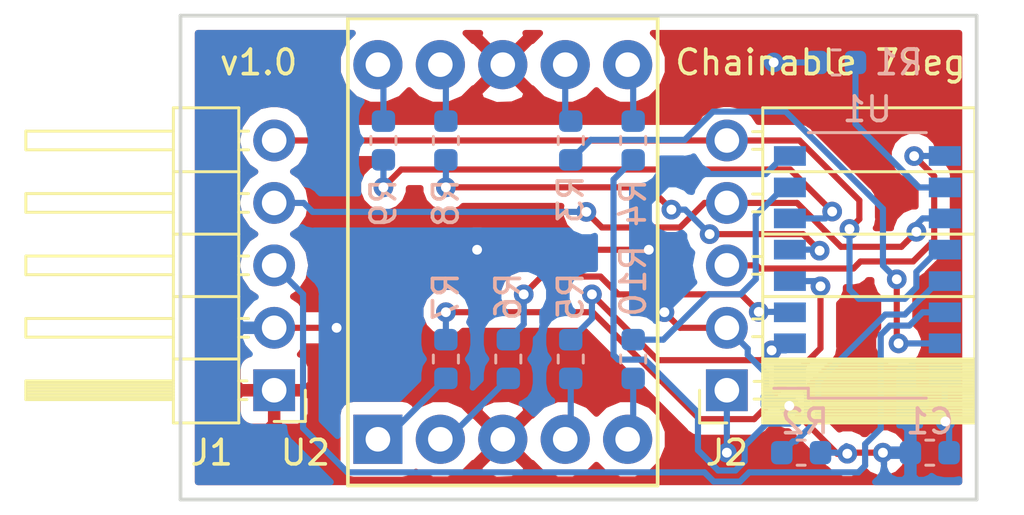
<source format=kicad_pcb>
(kicad_pcb (version 20171130) (host pcbnew "(5.0.2)-1")

  (general
    (thickness 1.6)
    (drawings 6)
    (tracks 226)
    (zones 0)
    (modules 15)
    (nets 25)
  )

  (page A4)
  (layers
    (0 F.Cu signal)
    (31 B.Cu signal)
    (32 B.Adhes user)
    (33 F.Adhes user)
    (34 B.Paste user)
    (35 F.Paste user)
    (36 B.SilkS user)
    (37 F.SilkS user)
    (38 B.Mask user)
    (39 F.Mask user)
    (40 Dwgs.User user)
    (41 Cmts.User user)
    (42 Eco1.User user)
    (43 Eco2.User user)
    (44 Edge.Cuts user)
    (45 Margin user)
    (46 B.CrtYd user)
    (47 F.CrtYd user)
    (48 B.Fab user)
    (49 F.Fab user)
  )

  (setup
    (last_trace_width 0.25)
    (user_trace_width 0.25)
    (user_trace_width 0.4)
    (trace_clearance 0.2)
    (zone_clearance 0.508)
    (zone_45_only no)
    (trace_min 0.2)
    (segment_width 0.2)
    (edge_width 0.15)
    (via_size 0.8)
    (via_drill 0.4)
    (via_min_size 0.4)
    (via_min_drill 0.3)
    (uvia_size 0.3)
    (uvia_drill 0.1)
    (uvias_allowed no)
    (uvia_min_size 0.2)
    (uvia_min_drill 0.1)
    (pcb_text_width 0.3)
    (pcb_text_size 1.5 1.5)
    (mod_edge_width 0.15)
    (mod_text_size 1 1)
    (mod_text_width 0.15)
    (pad_size 1.524 1.524)
    (pad_drill 0.762)
    (pad_to_mask_clearance 0.051)
    (solder_mask_min_width 0.25)
    (aux_axis_origin 0 0)
    (visible_elements 7FFFFFFF)
    (pcbplotparams
      (layerselection 0x010fc_ffffffff)
      (usegerberextensions false)
      (usegerberattributes false)
      (usegerberadvancedattributes false)
      (creategerberjobfile false)
      (excludeedgelayer true)
      (linewidth 0.100000)
      (plotframeref false)
      (viasonmask false)
      (mode 1)
      (useauxorigin false)
      (hpglpennumber 1)
      (hpglpenspeed 20)
      (hpglpendiameter 15.000000)
      (psnegative false)
      (psa4output false)
      (plotreference true)
      (plotvalue true)
      (plotinvisibletext false)
      (padsonsilk false)
      (subtractmaskfromsilk false)
      (outputformat 1)
      (mirror false)
      (drillshape 0)
      (scaleselection 1)
      (outputdirectory "plots/"))
  )

  (net 0 "")
  (net 1 +3V3)
  (net 2 GND)
  (net 3 /SER_IN)
  (net 4 /SRCLK)
  (net 5 /RCLK)
  (net 6 /SER_OUT)
  (net 7 "Net-(R1-Pad2)")
  (net 8 "Net-(R2-Pad1)")
  (net 9 /7SEG_A)
  (net 10 "Net-(R3-Pad1)")
  (net 11 "Net-(R4-Pad1)")
  (net 12 /7SEG_B)
  (net 13 /7SEG_C)
  (net 14 "Net-(R5-Pad1)")
  (net 15 "Net-(R6-Pad1)")
  (net 16 /7SEG_D)
  (net 17 /7SEG_E)
  (net 18 "Net-(R7-Pad1)")
  (net 19 "Net-(R8-Pad1)")
  (net 20 /7SEG_F)
  (net 21 /7SEG_G)
  (net 22 "Net-(R9-Pad1)")
  (net 23 "Net-(R10-Pad1)")
  (net 24 /7SEG_DP)

  (net_class Default "This is the default net class."
    (clearance 0.2)
    (trace_width 0.25)
    (via_dia 0.8)
    (via_drill 0.4)
    (uvia_dia 0.3)
    (uvia_drill 0.1)
    (add_net +3V3)
    (add_net /7SEG_A)
    (add_net /7SEG_B)
    (add_net /7SEG_C)
    (add_net /7SEG_D)
    (add_net /7SEG_DP)
    (add_net /7SEG_E)
    (add_net /7SEG_F)
    (add_net /7SEG_G)
    (add_net /RCLK)
    (add_net /SER_IN)
    (add_net /SER_OUT)
    (add_net /SRCLK)
    (add_net GND)
    (add_net "Net-(R1-Pad2)")
    (add_net "Net-(R10-Pad1)")
    (add_net "Net-(R2-Pad1)")
    (add_net "Net-(R3-Pad1)")
    (add_net "Net-(R4-Pad1)")
    (add_net "Net-(R5-Pad1)")
    (add_net "Net-(R6-Pad1)")
    (add_net "Net-(R7-Pad1)")
    (add_net "Net-(R8-Pad1)")
    (add_net "Net-(R9-Pad1)")
  )

  (module Capacitor_SMD:C_0603_1608Metric (layer B.Cu) (tedit 5B301BBE) (tstamp 5D0A2F16)
    (at 38.735 17.78 180)
    (descr "Capacitor SMD 0603 (1608 Metric), square (rectangular) end terminal, IPC_7351 nominal, (Body size source: http://www.tortai-tech.com/upload/download/2011102023233369053.pdf), generated with kicad-footprint-generator")
    (tags capacitor)
    (path /5CDBFA65)
    (attr smd)
    (fp_text reference C1 (at 0 1.27 180) (layer B.SilkS)
      (effects (font (size 1 1) (thickness 0.15)) (justify mirror))
    )
    (fp_text value 0.1uF (at 0 1.27 180) (layer B.Fab)
      (effects (font (size 1 1) (thickness 0.15)) (justify mirror))
    )
    (fp_text user %R (at 0 0 180) (layer B.Fab)
      (effects (font (size 0.4 0.4) (thickness 0.06)) (justify mirror))
    )
    (fp_line (start 1.48 -0.73) (end -1.48 -0.73) (layer B.CrtYd) (width 0.05))
    (fp_line (start 1.48 0.73) (end 1.48 -0.73) (layer B.CrtYd) (width 0.05))
    (fp_line (start -1.48 0.73) (end 1.48 0.73) (layer B.CrtYd) (width 0.05))
    (fp_line (start -1.48 -0.73) (end -1.48 0.73) (layer B.CrtYd) (width 0.05))
    (fp_line (start -0.162779 -0.51) (end 0.162779 -0.51) (layer B.SilkS) (width 0.12))
    (fp_line (start -0.162779 0.51) (end 0.162779 0.51) (layer B.SilkS) (width 0.12))
    (fp_line (start 0.8 -0.4) (end -0.8 -0.4) (layer B.Fab) (width 0.1))
    (fp_line (start 0.8 0.4) (end 0.8 -0.4) (layer B.Fab) (width 0.1))
    (fp_line (start -0.8 0.4) (end 0.8 0.4) (layer B.Fab) (width 0.1))
    (fp_line (start -0.8 -0.4) (end -0.8 0.4) (layer B.Fab) (width 0.1))
    (pad 2 smd roundrect (at 0.7875 0 180) (size 0.875 0.95) (layers B.Cu B.Paste B.Mask) (roundrect_rratio 0.25)
      (net 2 GND))
    (pad 1 smd roundrect (at -0.7875 0 180) (size 0.875 0.95) (layers B.Cu B.Paste B.Mask) (roundrect_rratio 0.25)
      (net 1 +3V3))
    (model ${KISYS3DMOD}/Capacitor_SMD.3dshapes/C_0603_1608Metric.wrl
      (at (xyz 0 0 0))
      (scale (xyz 1 1 1))
      (rotate (xyz 0 0 0))
    )
  )

  (module Connector_PinHeader_2.54mm:PinHeader_1x05_P2.54mm_Horizontal (layer F.Cu) (tedit 59FED5CB) (tstamp 5D0A2F70)
    (at 12.065 15.24 180)
    (descr "Through hole angled pin header, 1x05, 2.54mm pitch, 6mm pin length, single row")
    (tags "Through hole angled pin header THT 1x05 2.54mm single row")
    (path /5CD9312C)
    (fp_text reference J1 (at 2.54 -2.54 180) (layer F.SilkS)
      (effects (font (size 1 1) (thickness 0.15)))
    )
    (fp_text value Conn_01x05_Male (at 4.385 12.43 180) (layer F.Fab)
      (effects (font (size 1 1) (thickness 0.15)))
    )
    (fp_text user %R (at 2.77 5.08 270) (layer F.Fab)
      (effects (font (size 1 1) (thickness 0.15)))
    )
    (fp_line (start 10.55 -1.8) (end -1.8 -1.8) (layer F.CrtYd) (width 0.05))
    (fp_line (start 10.55 11.95) (end 10.55 -1.8) (layer F.CrtYd) (width 0.05))
    (fp_line (start -1.8 11.95) (end 10.55 11.95) (layer F.CrtYd) (width 0.05))
    (fp_line (start -1.8 -1.8) (end -1.8 11.95) (layer F.CrtYd) (width 0.05))
    (fp_line (start -1.27 -1.27) (end 0 -1.27) (layer F.SilkS) (width 0.12))
    (fp_line (start -1.27 0) (end -1.27 -1.27) (layer F.SilkS) (width 0.12))
    (fp_line (start 1.042929 10.54) (end 1.44 10.54) (layer F.SilkS) (width 0.12))
    (fp_line (start 1.042929 9.78) (end 1.44 9.78) (layer F.SilkS) (width 0.12))
    (fp_line (start 10.1 10.54) (end 4.1 10.54) (layer F.SilkS) (width 0.12))
    (fp_line (start 10.1 9.78) (end 10.1 10.54) (layer F.SilkS) (width 0.12))
    (fp_line (start 4.1 9.78) (end 10.1 9.78) (layer F.SilkS) (width 0.12))
    (fp_line (start 1.44 8.89) (end 4.1 8.89) (layer F.SilkS) (width 0.12))
    (fp_line (start 1.042929 8) (end 1.44 8) (layer F.SilkS) (width 0.12))
    (fp_line (start 1.042929 7.24) (end 1.44 7.24) (layer F.SilkS) (width 0.12))
    (fp_line (start 10.1 8) (end 4.1 8) (layer F.SilkS) (width 0.12))
    (fp_line (start 10.1 7.24) (end 10.1 8) (layer F.SilkS) (width 0.12))
    (fp_line (start 4.1 7.24) (end 10.1 7.24) (layer F.SilkS) (width 0.12))
    (fp_line (start 1.44 6.35) (end 4.1 6.35) (layer F.SilkS) (width 0.12))
    (fp_line (start 1.042929 5.46) (end 1.44 5.46) (layer F.SilkS) (width 0.12))
    (fp_line (start 1.042929 4.7) (end 1.44 4.7) (layer F.SilkS) (width 0.12))
    (fp_line (start 10.1 5.46) (end 4.1 5.46) (layer F.SilkS) (width 0.12))
    (fp_line (start 10.1 4.7) (end 10.1 5.46) (layer F.SilkS) (width 0.12))
    (fp_line (start 4.1 4.7) (end 10.1 4.7) (layer F.SilkS) (width 0.12))
    (fp_line (start 1.44 3.81) (end 4.1 3.81) (layer F.SilkS) (width 0.12))
    (fp_line (start 1.042929 2.92) (end 1.44 2.92) (layer F.SilkS) (width 0.12))
    (fp_line (start 1.042929 2.16) (end 1.44 2.16) (layer F.SilkS) (width 0.12))
    (fp_line (start 10.1 2.92) (end 4.1 2.92) (layer F.SilkS) (width 0.12))
    (fp_line (start 10.1 2.16) (end 10.1 2.92) (layer F.SilkS) (width 0.12))
    (fp_line (start 4.1 2.16) (end 10.1 2.16) (layer F.SilkS) (width 0.12))
    (fp_line (start 1.44 1.27) (end 4.1 1.27) (layer F.SilkS) (width 0.12))
    (fp_line (start 1.11 0.38) (end 1.44 0.38) (layer F.SilkS) (width 0.12))
    (fp_line (start 1.11 -0.38) (end 1.44 -0.38) (layer F.SilkS) (width 0.12))
    (fp_line (start 4.1 0.28) (end 10.1 0.28) (layer F.SilkS) (width 0.12))
    (fp_line (start 4.1 0.16) (end 10.1 0.16) (layer F.SilkS) (width 0.12))
    (fp_line (start 4.1 0.04) (end 10.1 0.04) (layer F.SilkS) (width 0.12))
    (fp_line (start 4.1 -0.08) (end 10.1 -0.08) (layer F.SilkS) (width 0.12))
    (fp_line (start 4.1 -0.2) (end 10.1 -0.2) (layer F.SilkS) (width 0.12))
    (fp_line (start 4.1 -0.32) (end 10.1 -0.32) (layer F.SilkS) (width 0.12))
    (fp_line (start 10.1 0.38) (end 4.1 0.38) (layer F.SilkS) (width 0.12))
    (fp_line (start 10.1 -0.38) (end 10.1 0.38) (layer F.SilkS) (width 0.12))
    (fp_line (start 4.1 -0.38) (end 10.1 -0.38) (layer F.SilkS) (width 0.12))
    (fp_line (start 4.1 -1.33) (end 1.44 -1.33) (layer F.SilkS) (width 0.12))
    (fp_line (start 4.1 11.49) (end 4.1 -1.33) (layer F.SilkS) (width 0.12))
    (fp_line (start 1.44 11.49) (end 4.1 11.49) (layer F.SilkS) (width 0.12))
    (fp_line (start 1.44 -1.33) (end 1.44 11.49) (layer F.SilkS) (width 0.12))
    (fp_line (start 4.04 10.48) (end 10.04 10.48) (layer F.Fab) (width 0.1))
    (fp_line (start 10.04 9.84) (end 10.04 10.48) (layer F.Fab) (width 0.1))
    (fp_line (start 4.04 9.84) (end 10.04 9.84) (layer F.Fab) (width 0.1))
    (fp_line (start -0.32 10.48) (end 1.5 10.48) (layer F.Fab) (width 0.1))
    (fp_line (start -0.32 9.84) (end -0.32 10.48) (layer F.Fab) (width 0.1))
    (fp_line (start -0.32 9.84) (end 1.5 9.84) (layer F.Fab) (width 0.1))
    (fp_line (start 4.04 7.94) (end 10.04 7.94) (layer F.Fab) (width 0.1))
    (fp_line (start 10.04 7.3) (end 10.04 7.94) (layer F.Fab) (width 0.1))
    (fp_line (start 4.04 7.3) (end 10.04 7.3) (layer F.Fab) (width 0.1))
    (fp_line (start -0.32 7.94) (end 1.5 7.94) (layer F.Fab) (width 0.1))
    (fp_line (start -0.32 7.3) (end -0.32 7.94) (layer F.Fab) (width 0.1))
    (fp_line (start -0.32 7.3) (end 1.5 7.3) (layer F.Fab) (width 0.1))
    (fp_line (start 4.04 5.4) (end 10.04 5.4) (layer F.Fab) (width 0.1))
    (fp_line (start 10.04 4.76) (end 10.04 5.4) (layer F.Fab) (width 0.1))
    (fp_line (start 4.04 4.76) (end 10.04 4.76) (layer F.Fab) (width 0.1))
    (fp_line (start -0.32 5.4) (end 1.5 5.4) (layer F.Fab) (width 0.1))
    (fp_line (start -0.32 4.76) (end -0.32 5.4) (layer F.Fab) (width 0.1))
    (fp_line (start -0.32 4.76) (end 1.5 4.76) (layer F.Fab) (width 0.1))
    (fp_line (start 4.04 2.86) (end 10.04 2.86) (layer F.Fab) (width 0.1))
    (fp_line (start 10.04 2.22) (end 10.04 2.86) (layer F.Fab) (width 0.1))
    (fp_line (start 4.04 2.22) (end 10.04 2.22) (layer F.Fab) (width 0.1))
    (fp_line (start -0.32 2.86) (end 1.5 2.86) (layer F.Fab) (width 0.1))
    (fp_line (start -0.32 2.22) (end -0.32 2.86) (layer F.Fab) (width 0.1))
    (fp_line (start -0.32 2.22) (end 1.5 2.22) (layer F.Fab) (width 0.1))
    (fp_line (start 4.04 0.32) (end 10.04 0.32) (layer F.Fab) (width 0.1))
    (fp_line (start 10.04 -0.32) (end 10.04 0.32) (layer F.Fab) (width 0.1))
    (fp_line (start 4.04 -0.32) (end 10.04 -0.32) (layer F.Fab) (width 0.1))
    (fp_line (start -0.32 0.32) (end 1.5 0.32) (layer F.Fab) (width 0.1))
    (fp_line (start -0.32 -0.32) (end -0.32 0.32) (layer F.Fab) (width 0.1))
    (fp_line (start -0.32 -0.32) (end 1.5 -0.32) (layer F.Fab) (width 0.1))
    (fp_line (start 1.5 -0.635) (end 2.135 -1.27) (layer F.Fab) (width 0.1))
    (fp_line (start 1.5 11.43) (end 1.5 -0.635) (layer F.Fab) (width 0.1))
    (fp_line (start 4.04 11.43) (end 1.5 11.43) (layer F.Fab) (width 0.1))
    (fp_line (start 4.04 -1.27) (end 4.04 11.43) (layer F.Fab) (width 0.1))
    (fp_line (start 2.135 -1.27) (end 4.04 -1.27) (layer F.Fab) (width 0.1))
    (pad 5 thru_hole oval (at 0 10.16 180) (size 1.7 1.7) (drill 1) (layers *.Cu *.Mask)
      (net 5 /RCLK))
    (pad 4 thru_hole oval (at 0 7.62 180) (size 1.7 1.7) (drill 1) (layers *.Cu *.Mask)
      (net 4 /SRCLK))
    (pad 3 thru_hole oval (at 0 5.08 180) (size 1.7 1.7) (drill 1) (layers *.Cu *.Mask)
      (net 3 /SER_IN))
    (pad 2 thru_hole oval (at 0 2.54 180) (size 1.7 1.7) (drill 1) (layers *.Cu *.Mask)
      (net 2 GND))
    (pad 1 thru_hole rect (at 0 0 180) (size 1.7 1.7) (drill 1) (layers *.Cu *.Mask)
      (net 1 +3V3))
    (model ${KISYS3DMOD}/Connector_PinHeader_2.54mm.3dshapes/PinHeader_1x05_P2.54mm_Horizontal.wrl
      (at (xyz 0 0 0))
      (scale (xyz 1 1 1))
      (rotate (xyz 0 0 0))
    )
  )

  (module Connector_PinSocket_2.54mm:PinSocket_1x05_P2.54mm_Horizontal (layer F.Cu) (tedit 5A19A431) (tstamp 5D0A2FBB)
    (at 30.48 15.24 180)
    (descr "Through hole angled socket strip, 1x05, 2.54mm pitch, 8.51mm socket length, single row (from Kicad 4.0.7), script generated")
    (tags "Through hole angled socket strip THT 1x05 2.54mm single row")
    (path /5CD93203)
    (fp_text reference J2 (at 0 -2.54 180) (layer F.SilkS)
      (effects (font (size 1 1) (thickness 0.15)))
    )
    (fp_text value Conn_01x05_Female (at -4.38 12.93 180) (layer F.Fab)
      (effects (font (size 1 1) (thickness 0.15)))
    )
    (fp_text user %R (at -5.775 5.08 270) (layer F.Fab)
      (effects (font (size 1 1) (thickness 0.15)))
    )
    (fp_line (start 1.75 11.95) (end 1.75 -1.75) (layer F.CrtYd) (width 0.05))
    (fp_line (start -10.55 11.95) (end 1.75 11.95) (layer F.CrtYd) (width 0.05))
    (fp_line (start -10.55 -1.75) (end -10.55 11.95) (layer F.CrtYd) (width 0.05))
    (fp_line (start 1.75 -1.75) (end -10.55 -1.75) (layer F.CrtYd) (width 0.05))
    (fp_line (start 0 -1.33) (end 1.11 -1.33) (layer F.SilkS) (width 0.12))
    (fp_line (start 1.11 -1.33) (end 1.11 0) (layer F.SilkS) (width 0.12))
    (fp_line (start -10.09 -1.33) (end -10.09 11.49) (layer F.SilkS) (width 0.12))
    (fp_line (start -10.09 11.49) (end -1.46 11.49) (layer F.SilkS) (width 0.12))
    (fp_line (start -1.46 -1.33) (end -1.46 11.49) (layer F.SilkS) (width 0.12))
    (fp_line (start -10.09 -1.33) (end -1.46 -1.33) (layer F.SilkS) (width 0.12))
    (fp_line (start -10.09 8.89) (end -1.46 8.89) (layer F.SilkS) (width 0.12))
    (fp_line (start -10.09 6.35) (end -1.46 6.35) (layer F.SilkS) (width 0.12))
    (fp_line (start -10.09 3.81) (end -1.46 3.81) (layer F.SilkS) (width 0.12))
    (fp_line (start -10.09 1.27) (end -1.46 1.27) (layer F.SilkS) (width 0.12))
    (fp_line (start -1.46 10.52) (end -1.05 10.52) (layer F.SilkS) (width 0.12))
    (fp_line (start -1.46 9.8) (end -1.05 9.8) (layer F.SilkS) (width 0.12))
    (fp_line (start -1.46 7.98) (end -1.05 7.98) (layer F.SilkS) (width 0.12))
    (fp_line (start -1.46 7.26) (end -1.05 7.26) (layer F.SilkS) (width 0.12))
    (fp_line (start -1.46 5.44) (end -1.05 5.44) (layer F.SilkS) (width 0.12))
    (fp_line (start -1.46 4.72) (end -1.05 4.72) (layer F.SilkS) (width 0.12))
    (fp_line (start -1.46 2.9) (end -1.05 2.9) (layer F.SilkS) (width 0.12))
    (fp_line (start -1.46 2.18) (end -1.05 2.18) (layer F.SilkS) (width 0.12))
    (fp_line (start -1.46 0.36) (end -1.11 0.36) (layer F.SilkS) (width 0.12))
    (fp_line (start -1.46 -0.36) (end -1.11 -0.36) (layer F.SilkS) (width 0.12))
    (fp_line (start -10.09 1.1519) (end -1.46 1.1519) (layer F.SilkS) (width 0.12))
    (fp_line (start -10.09 1.033805) (end -1.46 1.033805) (layer F.SilkS) (width 0.12))
    (fp_line (start -10.09 0.91571) (end -1.46 0.91571) (layer F.SilkS) (width 0.12))
    (fp_line (start -10.09 0.797615) (end -1.46 0.797615) (layer F.SilkS) (width 0.12))
    (fp_line (start -10.09 0.67952) (end -1.46 0.67952) (layer F.SilkS) (width 0.12))
    (fp_line (start -10.09 0.561425) (end -1.46 0.561425) (layer F.SilkS) (width 0.12))
    (fp_line (start -10.09 0.44333) (end -1.46 0.44333) (layer F.SilkS) (width 0.12))
    (fp_line (start -10.09 0.325235) (end -1.46 0.325235) (layer F.SilkS) (width 0.12))
    (fp_line (start -10.09 0.20714) (end -1.46 0.20714) (layer F.SilkS) (width 0.12))
    (fp_line (start -10.09 0.089045) (end -1.46 0.089045) (layer F.SilkS) (width 0.12))
    (fp_line (start -10.09 -0.02905) (end -1.46 -0.02905) (layer F.SilkS) (width 0.12))
    (fp_line (start -10.09 -0.147145) (end -1.46 -0.147145) (layer F.SilkS) (width 0.12))
    (fp_line (start -10.09 -0.26524) (end -1.46 -0.26524) (layer F.SilkS) (width 0.12))
    (fp_line (start -10.09 -0.383335) (end -1.46 -0.383335) (layer F.SilkS) (width 0.12))
    (fp_line (start -10.09 -0.50143) (end -1.46 -0.50143) (layer F.SilkS) (width 0.12))
    (fp_line (start -10.09 -0.619525) (end -1.46 -0.619525) (layer F.SilkS) (width 0.12))
    (fp_line (start -10.09 -0.73762) (end -1.46 -0.73762) (layer F.SilkS) (width 0.12))
    (fp_line (start -10.09 -0.855715) (end -1.46 -0.855715) (layer F.SilkS) (width 0.12))
    (fp_line (start -10.09 -0.97381) (end -1.46 -0.97381) (layer F.SilkS) (width 0.12))
    (fp_line (start -10.09 -1.091905) (end -1.46 -1.091905) (layer F.SilkS) (width 0.12))
    (fp_line (start -10.09 -1.21) (end -1.46 -1.21) (layer F.SilkS) (width 0.12))
    (fp_line (start 0 10.46) (end 0 9.86) (layer F.Fab) (width 0.1))
    (fp_line (start -1.52 10.46) (end 0 10.46) (layer F.Fab) (width 0.1))
    (fp_line (start 0 9.86) (end -1.52 9.86) (layer F.Fab) (width 0.1))
    (fp_line (start 0 7.92) (end 0 7.32) (layer F.Fab) (width 0.1))
    (fp_line (start -1.52 7.92) (end 0 7.92) (layer F.Fab) (width 0.1))
    (fp_line (start 0 7.32) (end -1.52 7.32) (layer F.Fab) (width 0.1))
    (fp_line (start 0 5.38) (end 0 4.78) (layer F.Fab) (width 0.1))
    (fp_line (start -1.52 5.38) (end 0 5.38) (layer F.Fab) (width 0.1))
    (fp_line (start 0 4.78) (end -1.52 4.78) (layer F.Fab) (width 0.1))
    (fp_line (start 0 2.84) (end 0 2.24) (layer F.Fab) (width 0.1))
    (fp_line (start -1.52 2.84) (end 0 2.84) (layer F.Fab) (width 0.1))
    (fp_line (start 0 2.24) (end -1.52 2.24) (layer F.Fab) (width 0.1))
    (fp_line (start 0 0.3) (end 0 -0.3) (layer F.Fab) (width 0.1))
    (fp_line (start -1.52 0.3) (end 0 0.3) (layer F.Fab) (width 0.1))
    (fp_line (start 0 -0.3) (end -1.52 -0.3) (layer F.Fab) (width 0.1))
    (fp_line (start -10.03 11.43) (end -10.03 -1.27) (layer F.Fab) (width 0.1))
    (fp_line (start -1.52 11.43) (end -10.03 11.43) (layer F.Fab) (width 0.1))
    (fp_line (start -1.52 -0.3) (end -1.52 11.43) (layer F.Fab) (width 0.1))
    (fp_line (start -2.49 -1.27) (end -1.52 -0.3) (layer F.Fab) (width 0.1))
    (fp_line (start -10.03 -1.27) (end -2.49 -1.27) (layer F.Fab) (width 0.1))
    (pad 5 thru_hole oval (at 0 10.16 180) (size 1.7 1.7) (drill 1) (layers *.Cu *.Mask)
      (net 5 /RCLK))
    (pad 4 thru_hole oval (at 0 7.62 180) (size 1.7 1.7) (drill 1) (layers *.Cu *.Mask)
      (net 4 /SRCLK))
    (pad 3 thru_hole oval (at 0 5.08 180) (size 1.7 1.7) (drill 1) (layers *.Cu *.Mask)
      (net 6 /SER_OUT))
    (pad 2 thru_hole oval (at 0 2.54 180) (size 1.7 1.7) (drill 1) (layers *.Cu *.Mask)
      (net 2 GND))
    (pad 1 thru_hole rect (at 0 0 180) (size 1.7 1.7) (drill 1) (layers *.Cu *.Mask)
      (net 1 +3V3))
    (model ${KISYS3DMOD}/Connector_PinSocket_2.54mm.3dshapes/PinSocket_1x05_P2.54mm_Horizontal.wrl
      (at (xyz 0 0 0))
      (scale (xyz 1 1 1))
      (rotate (xyz 0 0 0))
    )
  )

  (module Resistor_SMD:R_0603_1608Metric (layer B.Cu) (tedit 5B301BBD) (tstamp 5D0A2FCC)
    (at 34.925 1.905)
    (descr "Resistor SMD 0603 (1608 Metric), square (rectangular) end terminal, IPC_7351 nominal, (Body size source: http://www.tortai-tech.com/upload/download/2011102023233369053.pdf), generated with kicad-footprint-generator")
    (tags resistor)
    (path /5CD9396C)
    (attr smd)
    (fp_text reference R1 (at 2.54 0) (layer B.SilkS)
      (effects (font (size 1 1) (thickness 0.15)) (justify mirror))
    )
    (fp_text value 3.3K (at 3.175 0 180) (layer B.Fab)
      (effects (font (size 1 1) (thickness 0.15)) (justify mirror))
    )
    (fp_text user %R (at 0 0) (layer B.Fab)
      (effects (font (size 0.4 0.4) (thickness 0.06)) (justify mirror))
    )
    (fp_line (start 1.48 -0.73) (end -1.48 -0.73) (layer B.CrtYd) (width 0.05))
    (fp_line (start 1.48 0.73) (end 1.48 -0.73) (layer B.CrtYd) (width 0.05))
    (fp_line (start -1.48 0.73) (end 1.48 0.73) (layer B.CrtYd) (width 0.05))
    (fp_line (start -1.48 -0.73) (end -1.48 0.73) (layer B.CrtYd) (width 0.05))
    (fp_line (start -0.162779 -0.51) (end 0.162779 -0.51) (layer B.SilkS) (width 0.12))
    (fp_line (start -0.162779 0.51) (end 0.162779 0.51) (layer B.SilkS) (width 0.12))
    (fp_line (start 0.8 -0.4) (end -0.8 -0.4) (layer B.Fab) (width 0.1))
    (fp_line (start 0.8 0.4) (end 0.8 -0.4) (layer B.Fab) (width 0.1))
    (fp_line (start -0.8 0.4) (end 0.8 0.4) (layer B.Fab) (width 0.1))
    (fp_line (start -0.8 -0.4) (end -0.8 0.4) (layer B.Fab) (width 0.1))
    (pad 2 smd roundrect (at 0.7875 0) (size 0.875 0.95) (layers B.Cu B.Paste B.Mask) (roundrect_rratio 0.25)
      (net 7 "Net-(R1-Pad2)"))
    (pad 1 smd roundrect (at -0.7875 0) (size 0.875 0.95) (layers B.Cu B.Paste B.Mask) (roundrect_rratio 0.25)
      (net 1 +3V3))
    (model ${KISYS3DMOD}/Resistor_SMD.3dshapes/R_0603_1608Metric.wrl
      (at (xyz 0 0 0))
      (scale (xyz 1 1 1))
      (rotate (xyz 0 0 0))
    )
  )

  (module Resistor_SMD:R_0603_1608Metric (layer B.Cu) (tedit 5B301BBD) (tstamp 5D0A2FDD)
    (at 33.5025 17.78)
    (descr "Resistor SMD 0603 (1608 Metric), square (rectangular) end terminal, IPC_7351 nominal, (Body size source: http://www.tortai-tech.com/upload/download/2011102023233369053.pdf), generated with kicad-footprint-generator")
    (tags resistor)
    (path /5CDB3D98)
    (attr smd)
    (fp_text reference R2 (at 0.1525 -1.27) (layer B.SilkS)
      (effects (font (size 1 1) (thickness 0.15)) (justify mirror))
    )
    (fp_text value 3.3K (at 0.1525 -1.27) (layer B.Fab)
      (effects (font (size 1 1) (thickness 0.15)) (justify mirror))
    )
    (fp_text user %R (at 0 0) (layer B.Fab)
      (effects (font (size 0.4 0.4) (thickness 0.06)) (justify mirror))
    )
    (fp_line (start 1.48 -0.73) (end -1.48 -0.73) (layer B.CrtYd) (width 0.05))
    (fp_line (start 1.48 0.73) (end 1.48 -0.73) (layer B.CrtYd) (width 0.05))
    (fp_line (start -1.48 0.73) (end 1.48 0.73) (layer B.CrtYd) (width 0.05))
    (fp_line (start -1.48 -0.73) (end -1.48 0.73) (layer B.CrtYd) (width 0.05))
    (fp_line (start -0.162779 -0.51) (end 0.162779 -0.51) (layer B.SilkS) (width 0.12))
    (fp_line (start -0.162779 0.51) (end 0.162779 0.51) (layer B.SilkS) (width 0.12))
    (fp_line (start 0.8 -0.4) (end -0.8 -0.4) (layer B.Fab) (width 0.1))
    (fp_line (start 0.8 0.4) (end 0.8 -0.4) (layer B.Fab) (width 0.1))
    (fp_line (start -0.8 0.4) (end 0.8 0.4) (layer B.Fab) (width 0.1))
    (fp_line (start -0.8 -0.4) (end -0.8 0.4) (layer B.Fab) (width 0.1))
    (pad 2 smd roundrect (at 0.7875 0) (size 0.875 0.95) (layers B.Cu B.Paste B.Mask) (roundrect_rratio 0.25)
      (net 2 GND))
    (pad 1 smd roundrect (at -0.7875 0) (size 0.875 0.95) (layers B.Cu B.Paste B.Mask) (roundrect_rratio 0.25)
      (net 8 "Net-(R2-Pad1)"))
    (model ${KISYS3DMOD}/Resistor_SMD.3dshapes/R_0603_1608Metric.wrl
      (at (xyz 0 0 0))
      (scale (xyz 1 1 1))
      (rotate (xyz 0 0 0))
    )
  )

  (module Resistor_SMD:R_0603_1608Metric (layer B.Cu) (tedit 5B301BBD) (tstamp 5D0A2FEE)
    (at 24.13 5.08 270)
    (descr "Resistor SMD 0603 (1608 Metric), square (rectangular) end terminal, IPC_7351 nominal, (Body size source: http://www.tortai-tech.com/upload/download/2011102023233369053.pdf), generated with kicad-footprint-generator")
    (tags resistor)
    (path /5CD953C5)
    (attr smd)
    (fp_text reference R3 (at 2.3875 0 270) (layer B.SilkS)
      (effects (font (size 1 1) (thickness 0.15)) (justify mirror))
    )
    (fp_text value 75R (at 3.0225 0 270) (layer B.Fab)
      (effects (font (size 1 1) (thickness 0.15)) (justify mirror))
    )
    (fp_text user %R (at 0 0 270) (layer B.Fab)
      (effects (font (size 0.4 0.4) (thickness 0.06)) (justify mirror))
    )
    (fp_line (start 1.48 -0.73) (end -1.48 -0.73) (layer B.CrtYd) (width 0.05))
    (fp_line (start 1.48 0.73) (end 1.48 -0.73) (layer B.CrtYd) (width 0.05))
    (fp_line (start -1.48 0.73) (end 1.48 0.73) (layer B.CrtYd) (width 0.05))
    (fp_line (start -1.48 -0.73) (end -1.48 0.73) (layer B.CrtYd) (width 0.05))
    (fp_line (start -0.162779 -0.51) (end 0.162779 -0.51) (layer B.SilkS) (width 0.12))
    (fp_line (start -0.162779 0.51) (end 0.162779 0.51) (layer B.SilkS) (width 0.12))
    (fp_line (start 0.8 -0.4) (end -0.8 -0.4) (layer B.Fab) (width 0.1))
    (fp_line (start 0.8 0.4) (end 0.8 -0.4) (layer B.Fab) (width 0.1))
    (fp_line (start -0.8 0.4) (end 0.8 0.4) (layer B.Fab) (width 0.1))
    (fp_line (start -0.8 -0.4) (end -0.8 0.4) (layer B.Fab) (width 0.1))
    (pad 2 smd roundrect (at 0.7875 0 270) (size 0.875 0.95) (layers B.Cu B.Paste B.Mask) (roundrect_rratio 0.25)
      (net 9 /7SEG_A))
    (pad 1 smd roundrect (at -0.7875 0 270) (size 0.875 0.95) (layers B.Cu B.Paste B.Mask) (roundrect_rratio 0.25)
      (net 10 "Net-(R3-Pad1)"))
    (model ${KISYS3DMOD}/Resistor_SMD.3dshapes/R_0603_1608Metric.wrl
      (at (xyz 0 0 0))
      (scale (xyz 1 1 1))
      (rotate (xyz 0 0 0))
    )
  )

  (module Resistor_SMD:R_0603_1608Metric (layer B.Cu) (tedit 5B301BBD) (tstamp 5D0A2FFF)
    (at 26.67 5.08 270)
    (descr "Resistor SMD 0603 (1608 Metric), square (rectangular) end terminal, IPC_7351 nominal, (Body size source: http://www.tortai-tech.com/upload/download/2011102023233369053.pdf), generated with kicad-footprint-generator")
    (tags resistor)
    (path /5CD95442)
    (attr smd)
    (fp_text reference R4 (at 2.54 0 270) (layer B.SilkS)
      (effects (font (size 1 1) (thickness 0.15)) (justify mirror))
    )
    (fp_text value 75R (at 3.175 0 270) (layer B.Fab)
      (effects (font (size 1 1) (thickness 0.15)) (justify mirror))
    )
    (fp_text user %R (at 0 0 270) (layer B.Fab)
      (effects (font (size 0.4 0.4) (thickness 0.06)) (justify mirror))
    )
    (fp_line (start 1.48 -0.73) (end -1.48 -0.73) (layer B.CrtYd) (width 0.05))
    (fp_line (start 1.48 0.73) (end 1.48 -0.73) (layer B.CrtYd) (width 0.05))
    (fp_line (start -1.48 0.73) (end 1.48 0.73) (layer B.CrtYd) (width 0.05))
    (fp_line (start -1.48 -0.73) (end -1.48 0.73) (layer B.CrtYd) (width 0.05))
    (fp_line (start -0.162779 -0.51) (end 0.162779 -0.51) (layer B.SilkS) (width 0.12))
    (fp_line (start -0.162779 0.51) (end 0.162779 0.51) (layer B.SilkS) (width 0.12))
    (fp_line (start 0.8 -0.4) (end -0.8 -0.4) (layer B.Fab) (width 0.1))
    (fp_line (start 0.8 0.4) (end 0.8 -0.4) (layer B.Fab) (width 0.1))
    (fp_line (start -0.8 0.4) (end 0.8 0.4) (layer B.Fab) (width 0.1))
    (fp_line (start -0.8 -0.4) (end -0.8 0.4) (layer B.Fab) (width 0.1))
    (pad 2 smd roundrect (at 0.7875 0 270) (size 0.875 0.95) (layers B.Cu B.Paste B.Mask) (roundrect_rratio 0.25)
      (net 12 /7SEG_B))
    (pad 1 smd roundrect (at -0.7875 0 270) (size 0.875 0.95) (layers B.Cu B.Paste B.Mask) (roundrect_rratio 0.25)
      (net 11 "Net-(R4-Pad1)"))
    (model ${KISYS3DMOD}/Resistor_SMD.3dshapes/R_0603_1608Metric.wrl
      (at (xyz 0 0 0))
      (scale (xyz 1 1 1))
      (rotate (xyz 0 0 0))
    )
  )

  (module Resistor_SMD:R_0603_1608Metric (layer B.Cu) (tedit 5B301BBD) (tstamp 5D0A3010)
    (at 24.13 13.97 90)
    (descr "Resistor SMD 0603 (1608 Metric), square (rectangular) end terminal, IPC_7351 nominal, (Body size source: http://www.tortai-tech.com/upload/download/2011102023233369053.pdf), generated with kicad-footprint-generator")
    (tags resistor)
    (path /5CD9547E)
    (attr smd)
    (fp_text reference R5 (at 2.54 0 90) (layer B.SilkS)
      (effects (font (size 1 1) (thickness 0.15)) (justify mirror))
    )
    (fp_text value 75R (at 3.175 0 90) (layer B.Fab)
      (effects (font (size 1 1) (thickness 0.15)) (justify mirror))
    )
    (fp_text user %R (at 0 0 90) (layer B.Fab)
      (effects (font (size 0.4 0.4) (thickness 0.06)) (justify mirror))
    )
    (fp_line (start 1.48 -0.73) (end -1.48 -0.73) (layer B.CrtYd) (width 0.05))
    (fp_line (start 1.48 0.73) (end 1.48 -0.73) (layer B.CrtYd) (width 0.05))
    (fp_line (start -1.48 0.73) (end 1.48 0.73) (layer B.CrtYd) (width 0.05))
    (fp_line (start -1.48 -0.73) (end -1.48 0.73) (layer B.CrtYd) (width 0.05))
    (fp_line (start -0.162779 -0.51) (end 0.162779 -0.51) (layer B.SilkS) (width 0.12))
    (fp_line (start -0.162779 0.51) (end 0.162779 0.51) (layer B.SilkS) (width 0.12))
    (fp_line (start 0.8 -0.4) (end -0.8 -0.4) (layer B.Fab) (width 0.1))
    (fp_line (start 0.8 0.4) (end 0.8 -0.4) (layer B.Fab) (width 0.1))
    (fp_line (start -0.8 0.4) (end 0.8 0.4) (layer B.Fab) (width 0.1))
    (fp_line (start -0.8 -0.4) (end -0.8 0.4) (layer B.Fab) (width 0.1))
    (pad 2 smd roundrect (at 0.7875 0 90) (size 0.875 0.95) (layers B.Cu B.Paste B.Mask) (roundrect_rratio 0.25)
      (net 13 /7SEG_C))
    (pad 1 smd roundrect (at -0.7875 0 90) (size 0.875 0.95) (layers B.Cu B.Paste B.Mask) (roundrect_rratio 0.25)
      (net 14 "Net-(R5-Pad1)"))
    (model ${KISYS3DMOD}/Resistor_SMD.3dshapes/R_0603_1608Metric.wrl
      (at (xyz 0 0 0))
      (scale (xyz 1 1 1))
      (rotate (xyz 0 0 0))
    )
  )

  (module Resistor_SMD:R_0603_1608Metric (layer B.Cu) (tedit 5B301BBD) (tstamp 5D0A3021)
    (at 21.59 13.97 90)
    (descr "Resistor SMD 0603 (1608 Metric), square (rectangular) end terminal, IPC_7351 nominal, (Body size source: http://www.tortai-tech.com/upload/download/2011102023233369053.pdf), generated with kicad-footprint-generator")
    (tags resistor)
    (path /5CD954AC)
    (attr smd)
    (fp_text reference R6 (at 2.54 0 90) (layer B.SilkS)
      (effects (font (size 1 1) (thickness 0.15)) (justify mirror))
    )
    (fp_text value 75R (at 3.175 0 90) (layer B.Fab)
      (effects (font (size 1 1) (thickness 0.15)) (justify mirror))
    )
    (fp_text user %R (at 0 0 90) (layer B.Fab)
      (effects (font (size 0.4 0.4) (thickness 0.06)) (justify mirror))
    )
    (fp_line (start 1.48 -0.73) (end -1.48 -0.73) (layer B.CrtYd) (width 0.05))
    (fp_line (start 1.48 0.73) (end 1.48 -0.73) (layer B.CrtYd) (width 0.05))
    (fp_line (start -1.48 0.73) (end 1.48 0.73) (layer B.CrtYd) (width 0.05))
    (fp_line (start -1.48 -0.73) (end -1.48 0.73) (layer B.CrtYd) (width 0.05))
    (fp_line (start -0.162779 -0.51) (end 0.162779 -0.51) (layer B.SilkS) (width 0.12))
    (fp_line (start -0.162779 0.51) (end 0.162779 0.51) (layer B.SilkS) (width 0.12))
    (fp_line (start 0.8 -0.4) (end -0.8 -0.4) (layer B.Fab) (width 0.1))
    (fp_line (start 0.8 0.4) (end 0.8 -0.4) (layer B.Fab) (width 0.1))
    (fp_line (start -0.8 0.4) (end 0.8 0.4) (layer B.Fab) (width 0.1))
    (fp_line (start -0.8 -0.4) (end -0.8 0.4) (layer B.Fab) (width 0.1))
    (pad 2 smd roundrect (at 0.7875 0 90) (size 0.875 0.95) (layers B.Cu B.Paste B.Mask) (roundrect_rratio 0.25)
      (net 16 /7SEG_D))
    (pad 1 smd roundrect (at -0.7875 0 90) (size 0.875 0.95) (layers B.Cu B.Paste B.Mask) (roundrect_rratio 0.25)
      (net 15 "Net-(R6-Pad1)"))
    (model ${KISYS3DMOD}/Resistor_SMD.3dshapes/R_0603_1608Metric.wrl
      (at (xyz 0 0 0))
      (scale (xyz 1 1 1))
      (rotate (xyz 0 0 0))
    )
  )

  (module Resistor_SMD:R_0603_1608Metric (layer B.Cu) (tedit 5B301BBD) (tstamp 5D0A3032)
    (at 19.05 13.97 90)
    (descr "Resistor SMD 0603 (1608 Metric), square (rectangular) end terminal, IPC_7351 nominal, (Body size source: http://www.tortai-tech.com/upload/download/2011102023233369053.pdf), generated with kicad-footprint-generator")
    (tags resistor)
    (path /5CD954DA)
    (attr smd)
    (fp_text reference R7 (at 2.54 0 90) (layer B.SilkS)
      (effects (font (size 1 1) (thickness 0.15)) (justify mirror))
    )
    (fp_text value 75R (at 3.175 0 90) (layer B.Fab)
      (effects (font (size 1 1) (thickness 0.15)) (justify mirror))
    )
    (fp_text user %R (at 0 0 90) (layer B.Fab)
      (effects (font (size 0.4 0.4) (thickness 0.06)) (justify mirror))
    )
    (fp_line (start 1.48 -0.73) (end -1.48 -0.73) (layer B.CrtYd) (width 0.05))
    (fp_line (start 1.48 0.73) (end 1.48 -0.73) (layer B.CrtYd) (width 0.05))
    (fp_line (start -1.48 0.73) (end 1.48 0.73) (layer B.CrtYd) (width 0.05))
    (fp_line (start -1.48 -0.73) (end -1.48 0.73) (layer B.CrtYd) (width 0.05))
    (fp_line (start -0.162779 -0.51) (end 0.162779 -0.51) (layer B.SilkS) (width 0.12))
    (fp_line (start -0.162779 0.51) (end 0.162779 0.51) (layer B.SilkS) (width 0.12))
    (fp_line (start 0.8 -0.4) (end -0.8 -0.4) (layer B.Fab) (width 0.1))
    (fp_line (start 0.8 0.4) (end 0.8 -0.4) (layer B.Fab) (width 0.1))
    (fp_line (start -0.8 0.4) (end 0.8 0.4) (layer B.Fab) (width 0.1))
    (fp_line (start -0.8 -0.4) (end -0.8 0.4) (layer B.Fab) (width 0.1))
    (pad 2 smd roundrect (at 0.7875 0 90) (size 0.875 0.95) (layers B.Cu B.Paste B.Mask) (roundrect_rratio 0.25)
      (net 17 /7SEG_E))
    (pad 1 smd roundrect (at -0.7875 0 90) (size 0.875 0.95) (layers B.Cu B.Paste B.Mask) (roundrect_rratio 0.25)
      (net 18 "Net-(R7-Pad1)"))
    (model ${KISYS3DMOD}/Resistor_SMD.3dshapes/R_0603_1608Metric.wrl
      (at (xyz 0 0 0))
      (scale (xyz 1 1 1))
      (rotate (xyz 0 0 0))
    )
  )

  (module Resistor_SMD:R_0603_1608Metric (layer B.Cu) (tedit 5B301BBD) (tstamp 5D0A3043)
    (at 19.05 5.08 270)
    (descr "Resistor SMD 0603 (1608 Metric), square (rectangular) end terminal, IPC_7351 nominal, (Body size source: http://www.tortai-tech.com/upload/download/2011102023233369053.pdf), generated with kicad-footprint-generator")
    (tags resistor)
    (path /5CD95506)
    (attr smd)
    (fp_text reference R8 (at 2.54 0 270) (layer B.SilkS)
      (effects (font (size 1 1) (thickness 0.15)) (justify mirror))
    )
    (fp_text value 75R (at 3.175 0 270) (layer B.Fab)
      (effects (font (size 1 1) (thickness 0.15)) (justify mirror))
    )
    (fp_text user %R (at 0 0 270) (layer B.Fab)
      (effects (font (size 0.4 0.4) (thickness 0.06)) (justify mirror))
    )
    (fp_line (start 1.48 -0.73) (end -1.48 -0.73) (layer B.CrtYd) (width 0.05))
    (fp_line (start 1.48 0.73) (end 1.48 -0.73) (layer B.CrtYd) (width 0.05))
    (fp_line (start -1.48 0.73) (end 1.48 0.73) (layer B.CrtYd) (width 0.05))
    (fp_line (start -1.48 -0.73) (end -1.48 0.73) (layer B.CrtYd) (width 0.05))
    (fp_line (start -0.162779 -0.51) (end 0.162779 -0.51) (layer B.SilkS) (width 0.12))
    (fp_line (start -0.162779 0.51) (end 0.162779 0.51) (layer B.SilkS) (width 0.12))
    (fp_line (start 0.8 -0.4) (end -0.8 -0.4) (layer B.Fab) (width 0.1))
    (fp_line (start 0.8 0.4) (end 0.8 -0.4) (layer B.Fab) (width 0.1))
    (fp_line (start -0.8 0.4) (end 0.8 0.4) (layer B.Fab) (width 0.1))
    (fp_line (start -0.8 -0.4) (end -0.8 0.4) (layer B.Fab) (width 0.1))
    (pad 2 smd roundrect (at 0.7875 0 270) (size 0.875 0.95) (layers B.Cu B.Paste B.Mask) (roundrect_rratio 0.25)
      (net 20 /7SEG_F))
    (pad 1 smd roundrect (at -0.7875 0 270) (size 0.875 0.95) (layers B.Cu B.Paste B.Mask) (roundrect_rratio 0.25)
      (net 19 "Net-(R8-Pad1)"))
    (model ${KISYS3DMOD}/Resistor_SMD.3dshapes/R_0603_1608Metric.wrl
      (at (xyz 0 0 0))
      (scale (xyz 1 1 1))
      (rotate (xyz 0 0 0))
    )
  )

  (module Resistor_SMD:R_0603_1608Metric (layer B.Cu) (tedit 5B301BBD) (tstamp 5D0A3054)
    (at 16.51 5.08 270)
    (descr "Resistor SMD 0603 (1608 Metric), square (rectangular) end terminal, IPC_7351 nominal, (Body size source: http://www.tortai-tech.com/upload/download/2011102023233369053.pdf), generated with kicad-footprint-generator")
    (tags resistor)
    (path /5CD955CE)
    (attr smd)
    (fp_text reference R9 (at 2.54 0 270) (layer B.SilkS)
      (effects (font (size 1 1) (thickness 0.15)) (justify mirror))
    )
    (fp_text value 75R (at 3.175 0 270) (layer B.Fab)
      (effects (font (size 1 1) (thickness 0.15)) (justify mirror))
    )
    (fp_text user %R (at 0 0 270) (layer B.Fab)
      (effects (font (size 0.4 0.4) (thickness 0.06)) (justify mirror))
    )
    (fp_line (start 1.48 -0.73) (end -1.48 -0.73) (layer B.CrtYd) (width 0.05))
    (fp_line (start 1.48 0.73) (end 1.48 -0.73) (layer B.CrtYd) (width 0.05))
    (fp_line (start -1.48 0.73) (end 1.48 0.73) (layer B.CrtYd) (width 0.05))
    (fp_line (start -1.48 -0.73) (end -1.48 0.73) (layer B.CrtYd) (width 0.05))
    (fp_line (start -0.162779 -0.51) (end 0.162779 -0.51) (layer B.SilkS) (width 0.12))
    (fp_line (start -0.162779 0.51) (end 0.162779 0.51) (layer B.SilkS) (width 0.12))
    (fp_line (start 0.8 -0.4) (end -0.8 -0.4) (layer B.Fab) (width 0.1))
    (fp_line (start 0.8 0.4) (end 0.8 -0.4) (layer B.Fab) (width 0.1))
    (fp_line (start -0.8 0.4) (end 0.8 0.4) (layer B.Fab) (width 0.1))
    (fp_line (start -0.8 -0.4) (end -0.8 0.4) (layer B.Fab) (width 0.1))
    (pad 2 smd roundrect (at 0.7875 0 270) (size 0.875 0.95) (layers B.Cu B.Paste B.Mask) (roundrect_rratio 0.25)
      (net 21 /7SEG_G))
    (pad 1 smd roundrect (at -0.7875 0 270) (size 0.875 0.95) (layers B.Cu B.Paste B.Mask) (roundrect_rratio 0.25)
      (net 22 "Net-(R9-Pad1)"))
    (model ${KISYS3DMOD}/Resistor_SMD.3dshapes/R_0603_1608Metric.wrl
      (at (xyz 0 0 0))
      (scale (xyz 1 1 1))
      (rotate (xyz 0 0 0))
    )
  )

  (module Resistor_SMD:R_0603_1608Metric (layer B.Cu) (tedit 5B301BBD) (tstamp 5D0A3065)
    (at 26.67 13.97 90)
    (descr "Resistor SMD 0603 (1608 Metric), square (rectangular) end terminal, IPC_7351 nominal, (Body size source: http://www.tortai-tech.com/upload/download/2011102023233369053.pdf), generated with kicad-footprint-generator")
    (tags resistor)
    (path /5CD95602)
    (attr smd)
    (fp_text reference R10 (at 3.175 0 90) (layer B.SilkS)
      (effects (font (size 1 1) (thickness 0.15)) (justify mirror))
    )
    (fp_text value 75R (at 3.175 0 90) (layer B.Fab)
      (effects (font (size 1 1) (thickness 0.15)) (justify mirror))
    )
    (fp_text user %R (at 0 0 90) (layer B.Fab)
      (effects (font (size 0.4 0.4) (thickness 0.06)) (justify mirror))
    )
    (fp_line (start 1.48 -0.73) (end -1.48 -0.73) (layer B.CrtYd) (width 0.05))
    (fp_line (start 1.48 0.73) (end 1.48 -0.73) (layer B.CrtYd) (width 0.05))
    (fp_line (start -1.48 0.73) (end 1.48 0.73) (layer B.CrtYd) (width 0.05))
    (fp_line (start -1.48 -0.73) (end -1.48 0.73) (layer B.CrtYd) (width 0.05))
    (fp_line (start -0.162779 -0.51) (end 0.162779 -0.51) (layer B.SilkS) (width 0.12))
    (fp_line (start -0.162779 0.51) (end 0.162779 0.51) (layer B.SilkS) (width 0.12))
    (fp_line (start 0.8 -0.4) (end -0.8 -0.4) (layer B.Fab) (width 0.1))
    (fp_line (start 0.8 0.4) (end 0.8 -0.4) (layer B.Fab) (width 0.1))
    (fp_line (start -0.8 0.4) (end 0.8 0.4) (layer B.Fab) (width 0.1))
    (fp_line (start -0.8 -0.4) (end -0.8 0.4) (layer B.Fab) (width 0.1))
    (pad 2 smd roundrect (at 0.7875 0 90) (size 0.875 0.95) (layers B.Cu B.Paste B.Mask) (roundrect_rratio 0.25)
      (net 24 /7SEG_DP))
    (pad 1 smd roundrect (at -0.7875 0 90) (size 0.875 0.95) (layers B.Cu B.Paste B.Mask) (roundrect_rratio 0.25)
      (net 23 "Net-(R10-Pad1)"))
    (model ${KISYS3DMOD}/Resistor_SMD.3dshapes/R_0603_1608Metric.wrl
      (at (xyz 0 0 0))
      (scale (xyz 1 1 1))
      (rotate (xyz 0 0 0))
    )
  )

  (module Package_SO:SOP-16_4.4x10.4mm_P1.27mm (layer B.Cu) (tedit 5A02F25C) (tstamp 5D0A3087)
    (at 36.195 10.16)
    (descr "16-Lead Plastic Small Outline http://www.vishay.com/docs/49633/sg2098.pdf")
    (tags "SOP 1.27")
    (path /5CD92F26)
    (attr smd)
    (fp_text reference U1 (at 0 -6.35) (layer B.SilkS)
      (effects (font (size 1 1) (thickness 0.15)) (justify mirror))
    )
    (fp_text value 74HC595 (at 0 -6.1) (layer B.Fab)
      (effects (font (size 1 1) (thickness 0.15)) (justify mirror))
    )
    (fp_line (start 4.05 -5.45) (end -4.05 -5.45) (layer B.CrtYd) (width 0.05))
    (fp_line (start 4.05 -5.45) (end 4.05 5.45) (layer B.CrtYd) (width 0.05))
    (fp_line (start -4.05 5.45) (end -4.05 -5.45) (layer B.CrtYd) (width 0.05))
    (fp_line (start -4.05 5.45) (end 4.05 5.45) (layer B.CrtYd) (width 0.05))
    (fp_line (start -2.4 -5.4) (end 2.4 -5.4) (layer B.SilkS) (width 0.12))
    (fp_line (start -2.4 5.4) (end 2.4 5.4) (layer B.SilkS) (width 0.12))
    (fp_line (start -2.2 -5.2) (end -2.2 4.6) (layer B.Fab) (width 0.1))
    (fp_line (start 2.2 -5.2) (end -2.2 -5.2) (layer B.Fab) (width 0.1))
    (fp_line (start 2.2 5.2) (end 2.2 -5.2) (layer B.Fab) (width 0.1))
    (fp_line (start -1.6 5.2) (end 2.2 5.2) (layer B.Fab) (width 0.1))
    (fp_line (start -2.4 5) (end -3.8 5) (layer B.SilkS) (width 0.12))
    (fp_line (start -2.4 5.4) (end -2.4 5) (layer B.SilkS) (width 0.12))
    (fp_line (start -2.2 4.6) (end -1.6 5.2) (layer B.Fab) (width 0.1))
    (fp_text user %R (at 0 0) (layer B.Fab)
      (effects (font (size 0.8 0.8) (thickness 0.15)) (justify mirror))
    )
    (pad 16 smd rect (at 3.15 4.45) (size 1.3 0.8) (layers B.Cu B.Paste B.Mask)
      (net 1 +3V3))
    (pad 15 smd rect (at 3.15 3.17) (size 1.3 0.8) (layers B.Cu B.Paste B.Mask)
      (net 9 /7SEG_A))
    (pad 14 smd rect (at 3.15 1.91) (size 1.3 0.8) (layers B.Cu B.Paste B.Mask)
      (net 3 /SER_IN))
    (pad 13 smd rect (at 3.15 0.64) (size 1.3 0.8) (layers B.Cu B.Paste B.Mask)
      (net 8 "Net-(R2-Pad1)"))
    (pad 12 smd rect (at 3.15 -0.64) (size 1.3 0.8) (layers B.Cu B.Paste B.Mask)
      (net 5 /RCLK))
    (pad 11 smd rect (at 3.15 -1.91) (size 1.3 0.8) (layers B.Cu B.Paste B.Mask)
      (net 4 /SRCLK))
    (pad 10 smd rect (at 3.15 -3.17) (size 1.3 0.8) (layers B.Cu B.Paste B.Mask)
      (net 7 "Net-(R1-Pad2)"))
    (pad 9 smd rect (at 3.15 -4.45) (size 1.3 0.8) (layers B.Cu B.Paste B.Mask)
      (net 6 /SER_OUT))
    (pad 8 smd rect (at -3.15 -4.45) (size 1.3 0.8) (layers B.Cu B.Paste B.Mask)
      (net 2 GND))
    (pad 7 smd rect (at -3.15 -3.17) (size 1.3 0.8) (layers B.Cu B.Paste B.Mask)
      (net 24 /7SEG_DP))
    (pad 6 smd rect (at -3.15 -1.91) (size 1.3 0.8) (layers B.Cu B.Paste B.Mask)
      (net 21 /7SEG_G))
    (pad 5 smd rect (at -3.15 -0.64) (size 1.3 0.8) (layers B.Cu B.Paste B.Mask)
      (net 20 /7SEG_F))
    (pad 4 smd rect (at -3.15 0.64) (size 1.3 0.8) (layers B.Cu B.Paste B.Mask)
      (net 17 /7SEG_E))
    (pad 3 smd rect (at -3.15 1.91) (size 1.3 0.8) (layers B.Cu B.Paste B.Mask)
      (net 16 /7SEG_D))
    (pad 2 smd rect (at -3.15 3.17) (size 1.3 0.8) (layers B.Cu B.Paste B.Mask)
      (net 13 /7SEG_C))
    (pad 1 smd rect (at -3.15 4.45) (size 1.3 0.8) (layers B.Cu B.Paste B.Mask)
      (net 12 /7SEG_B))
    (model ${KISYS3DMOD}/Package_SO.3dshapes/SOP-16_4.4x10.4mm_P1.27mm.wrl
      (at (xyz 0 0 0))
      (scale (xyz 1 1 1))
      (rotate (xyz 0 0 0))
    )
  )

  (module lib_fp:5611BH (layer F.Cu) (tedit 5CD8DC83) (tstamp 5D0A3099)
    (at 21.365001 9.615001)
    (path /5CD9E98C)
    (fp_text reference U2 (at -8.030001 8.164999) (layer F.SilkS)
      (effects (font (size 1 1) (thickness 0.15)))
    )
    (fp_text value 5611BH_7_Segment_Display_Common_Cathode (at 0 0) (layer F.Fab)
      (effects (font (size 1 1) (thickness 0.15)))
    )
    (fp_line (start -6.3 9.5) (end -6.3 -9.5) (layer F.SilkS) (width 0.15))
    (fp_line (start 6.3 9.5) (end -6.3 9.5) (layer F.SilkS) (width 0.15))
    (fp_line (start 6.3 -9.5) (end 6.3 9.5) (layer F.SilkS) (width 0.15))
    (fp_line (start -6.3 -9.5) (end 6.3 -9.5) (layer F.SilkS) (width 0.15))
    (pad 10 thru_hole circle (at -5.08 -7.62) (size 2 2) (drill 1) (layers *.Cu *.Mask)
      (net 22 "Net-(R9-Pad1)"))
    (pad 9 thru_hole circle (at -2.54 -7.62) (size 2 2) (drill 1) (layers *.Cu *.Mask)
      (net 19 "Net-(R8-Pad1)"))
    (pad 8 thru_hole circle (at 0 -7.62) (size 2 2) (drill 1) (layers *.Cu *.Mask)
      (net 1 +3V3))
    (pad 7 thru_hole circle (at 2.54 -7.62) (size 2 2) (drill 1) (layers *.Cu *.Mask)
      (net 10 "Net-(R3-Pad1)"))
    (pad 6 thru_hole circle (at 5.08 -7.62) (size 2 2) (drill 1) (layers *.Cu *.Mask)
      (net 11 "Net-(R4-Pad1)"))
    (pad 5 thru_hole circle (at 5.08 7.62) (size 2 2) (drill 1) (layers *.Cu *.Mask)
      (net 23 "Net-(R10-Pad1)"))
    (pad 4 thru_hole circle (at 2.54 7.62) (size 2 2) (drill 1) (layers *.Cu *.Mask)
      (net 14 "Net-(R5-Pad1)"))
    (pad 3 thru_hole circle (at 0 7.62) (size 2 2) (drill 1) (layers *.Cu *.Mask)
      (net 1 +3V3))
    (pad 2 thru_hole circle (at -2.54 7.62) (size 2 2) (drill 1) (layers *.Cu *.Mask)
      (net 15 "Net-(R6-Pad1)"))
    (pad 1 thru_hole rect (at -5.08 7.62) (size 2 2) (drill 1) (layers *.Cu *.Mask)
      (net 18 "Net-(R7-Pad1)"))
    (model ${KIPRJMOD}/lib_3d/Display.STEP
      (offset (xyz -6.25 -8.75 0))
      (scale (xyz 1 1 1))
      (rotate (xyz -90 0 0))
    )
  )

  (gr_text "Chainable 7Seg" (at 34.29 1.905) (layer F.SilkS)
    (effects (font (size 1 1) (thickness 0.15)))
  )
  (gr_text v1.0 (at 11.43 1.905) (layer F.SilkS)
    (effects (font (size 1 1) (thickness 0.15)))
  )
  (gr_line (start 40.64 0) (end 8.255 0) (layer Edge.Cuts) (width 0.15))
  (gr_line (start 40.64 19.685) (end 40.64 0) (layer Edge.Cuts) (width 0.15))
  (gr_line (start 8.255 19.685) (end 40.64 19.685) (layer Edge.Cuts) (width 0.15) (tstamp 5CDA235A))
  (gr_line (start 8.255 0) (end 8.255 19.685) (layer Edge.Cuts) (width 0.15))

  (via (at 39.37 16.51) (size 0.8) (drill 0.4) (layers F.Cu B.Cu) (net 1))
  (segment (start 39.5225 17.78) (end 39.5225 16.6625) (width 0.25) (layer B.Cu) (net 1))
  (segment (start 39.5225 16.6625) (end 39.37 16.51) (width 0.25) (layer B.Cu) (net 1))
  (segment (start 39.345 16.485) (end 39.37 16.51) (width 0.25) (layer B.Cu) (net 1))
  (segment (start 39.345 14.61) (end 39.345 16.485) (width 0.25) (layer B.Cu) (net 1))
  (via (at 30.48 17.78) (size 0.8) (drill 0.4) (layers F.Cu B.Cu) (net 1))
  (segment (start 30.48 15.24) (end 30.48 17.78) (width 0.25) (layer B.Cu) (net 1))
  (via (at 32.385 1.905) (size 0.8) (drill 0.4) (layers F.Cu B.Cu) (net 1))
  (segment (start 34.1375 1.905) (end 32.385 1.905) (width 0.25) (layer B.Cu) (net 1))
  (via (at 27.94 12.065) (size 0.8) (drill 0.4) (layers F.Cu B.Cu) (net 2))
  (segment (start 28.575 12.7) (end 30.48 12.7) (width 0.25) (layer F.Cu) (net 2))
  (segment (start 27.94 12.065) (end 28.575 12.7) (width 0.25) (layer F.Cu) (net 2))
  (via (at 33.02 15.875) (size 0.8) (drill 0.4) (layers F.Cu B.Cu) (net 2))
  (segment (start 32.069999 14.544997) (end 32.069999 15.270001) (width 0.25) (layer B.Cu) (net 2))
  (segment (start 31.329999 13.804997) (end 32.069999 14.544997) (width 0.25) (layer B.Cu) (net 2))
  (segment (start 31.329999 13.549999) (end 31.329999 13.804997) (width 0.25) (layer B.Cu) (net 2))
  (segment (start 30.48 12.7) (end 31.329999 13.549999) (width 0.25) (layer B.Cu) (net 2))
  (segment (start 32.674998 15.875) (end 33.02 15.875) (width 0.25) (layer B.Cu) (net 2))
  (segment (start 32.069999 15.270001) (end 32.674998 15.875) (width 0.25) (layer B.Cu) (net 2))
  (segment (start 37.9475 17.78) (end 36.83 17.78) (width 0.25) (layer B.Cu) (net 2))
  (via (at 35.379988 17.822184) (size 0.8) (drill 0.4) (layers F.Cu B.Cu) (net 2))
  (segment (start 33.02 15.875) (end 34.967184 17.822184) (width 0.25) (layer F.Cu) (net 2))
  (segment (start 34.967184 17.822184) (end 35.379988 17.822184) (width 0.25) (layer F.Cu) (net 2))
  (segment (start 35.337804 17.78) (end 35.379988 17.822184) (width 0.25) (layer B.Cu) (net 2))
  (via (at 36.83 17.78) (size 0.8) (drill 0.4) (layers F.Cu B.Cu) (net 2))
  (segment (start 34.29 17.78) (end 35.337804 17.78) (width 0.25) (layer B.Cu) (net 2))
  (segment (start 35.422172 17.78) (end 35.379988 17.822184) (width 0.25) (layer F.Cu) (net 2))
  (segment (start 36.83 17.78) (end 35.422172 17.78) (width 0.25) (layer F.Cu) (net 2))
  (segment (start 27.305 11.43) (end 27.94 12.065) (width 0.25) (layer B.Cu) (net 2))
  (segment (start 27.305 7.62) (end 27.305 9.525) (width 0.25) (layer B.Cu) (net 2))
  (segment (start 28.480001 6.444999) (end 27.305 7.62) (width 0.25) (layer B.Cu) (net 2))
  (segment (start 32.060001 6.444999) (end 28.480001 6.444999) (width 0.25) (layer B.Cu) (net 2))
  (segment (start 33.045 5.71) (end 32.795 5.71) (width 0.25) (layer B.Cu) (net 2))
  (segment (start 32.795 5.71) (end 32.060001 6.444999) (width 0.25) (layer B.Cu) (net 2))
  (segment (start 27.305 9.525) (end 27.305 11.43) (width 0.25) (layer B.Cu) (net 2) (tstamp 5CDA2966))
  (via (at 27.305 9.525) (size 0.8) (drill 0.4) (layers F.Cu B.Cu) (net 2))
  (via (at 20.32 9.525) (size 0.8) (drill 0.4) (layers F.Cu B.Cu) (net 2))
  (segment (start 27.305 9.525) (end 20.32 9.525) (width 0.25) (layer F.Cu) (net 2))
  (via (at 14.605 12.7) (size 0.8) (drill 0.4) (layers F.Cu B.Cu) (net 2))
  (segment (start 12.065 12.7) (end 14.605 12.7) (width 0.25) (layer F.Cu) (net 2))
  (segment (start 13.240001 11.335001) (end 12.914999 11.009999) (width 0.25) (layer B.Cu) (net 3))
  (segment (start 36.739999 12.986999) (end 36.739999 16.796997) (width 0.25) (layer B.Cu) (net 3))
  (segment (start 37.116999 12.609999) (end 36.739999 12.986999) (width 0.25) (layer B.Cu) (net 3))
  (segment (start 12.914999 11.009999) (end 12.065 10.16) (width 0.25) (layer B.Cu) (net 3))
  (segment (start 35.832992 18.58001) (end 31.389404 18.58001) (width 0.25) (layer B.Cu) (net 3))
  (segment (start 15.045008 18.58001) (end 13.240001 16.775003) (width 0.25) (layer B.Cu) (net 3))
  (segment (start 31.389404 18.58001) (end 31.014402 18.955013) (width 0.25) (layer B.Cu) (net 3))
  (segment (start 31.014402 18.955013) (end 29.945598 18.955013) (width 0.25) (layer B.Cu) (net 3))
  (segment (start 29.570596 18.58001) (end 15.045008 18.58001) (width 0.25) (layer B.Cu) (net 3))
  (segment (start 36.104998 18.308004) (end 35.832992 18.58001) (width 0.25) (layer B.Cu) (net 3))
  (segment (start 13.240001 16.775003) (end 13.240001 11.335001) (width 0.25) (layer B.Cu) (net 3))
  (segment (start 36.739999 16.796997) (end 36.104998 17.431998) (width 0.25) (layer B.Cu) (net 3))
  (segment (start 29.945598 18.955013) (end 29.570596 18.58001) (width 0.25) (layer B.Cu) (net 3))
  (segment (start 37.905001 12.609999) (end 37.116999 12.609999) (width 0.25) (layer B.Cu) (net 3))
  (segment (start 38.445 12.07) (end 37.905001 12.609999) (width 0.25) (layer B.Cu) (net 3))
  (segment (start 39.345 12.07) (end 38.445 12.07) (width 0.25) (layer B.Cu) (net 3))
  (segment (start 36.104998 17.431998) (end 36.104998 18.308004) (width 0.25) (layer B.Cu) (net 3))
  (segment (start 13.267081 7.62) (end 13.632094 7.985013) (width 0.25) (layer B.Cu) (net 4))
  (segment (start 13.632094 7.985013) (end 24.765 7.985013) (width 0.25) (layer B.Cu) (net 4))
  (segment (start 12.065 7.62) (end 13.267081 7.62) (width 0.25) (layer B.Cu) (net 4))
  (via (at 24.765 7.985013) (size 0.8) (drill 0.4) (layers F.Cu B.Cu) (net 4))
  (segment (start 39.345 8.25) (end 38.445 8.25) (width 0.25) (layer B.Cu) (net 4))
  (segment (start 38.19001 8.50499) (end 38.19001 8.79499) (width 0.25) (layer B.Cu) (net 4))
  (segment (start 37.579929 9.405071) (end 37.790011 9.194989) (width 0.25) (layer F.Cu) (net 4))
  (segment (start 38.445 8.25) (end 38.19001 8.50499) (width 0.25) (layer B.Cu) (net 4))
  (segment (start 35.121988 9.405071) (end 37.579929 9.405071) (width 0.25) (layer F.Cu) (net 4))
  (segment (start 30.48 7.62) (end 33.336917 7.62) (width 0.25) (layer F.Cu) (net 4))
  (via (at 38.19001 8.79499) (size 0.8) (drill 0.4) (layers F.Cu B.Cu) (net 4))
  (segment (start 33.336917 7.62) (end 35.121988 9.405071) (width 0.25) (layer F.Cu) (net 4))
  (segment (start 37.790011 9.194989) (end 38.19001 8.79499) (width 0.25) (layer F.Cu) (net 4))
  (segment (start 25.398143 8.618156) (end 25.164999 8.385012) (width 0.25) (layer F.Cu) (net 4))
  (segment (start 29.572004 7.62) (end 28.573848 8.618156) (width 0.25) (layer F.Cu) (net 4))
  (segment (start 28.573848 8.618156) (end 25.398143 8.618156) (width 0.25) (layer F.Cu) (net 4))
  (segment (start 30.48 7.62) (end 29.572004 7.62) (width 0.25) (layer F.Cu) (net 4))
  (segment (start 25.164999 8.385012) (end 24.765 7.985013) (width 0.25) (layer F.Cu) (net 4))
  (segment (start 12.065 5.08) (end 30.48 5.08) (width 0.25) (layer F.Cu) (net 5))
  (segment (start 35.869989 7.514708) (end 35.869989 8.28007) (width 0.25) (layer F.Cu) (net 5))
  (segment (start 30.48 5.08) (end 33.435281 5.08) (width 0.25) (layer F.Cu) (net 5))
  (segment (start 33.435281 5.08) (end 35.869989 7.514708) (width 0.25) (layer F.Cu) (net 5))
  (via (at 35.46999 8.680069) (size 0.8) (drill 0.4) (layers F.Cu B.Cu) (net 5))
  (segment (start 35.869989 8.28007) (end 35.46999 8.680069) (width 0.25) (layer F.Cu) (net 5))
  (segment (start 37.722178 11.520002) (end 35.846998 11.520002) (width 0.25) (layer B.Cu) (net 5))
  (segment (start 39.345 9.52) (end 39.095 9.52) (width 0.25) (layer B.Cu) (net 5))
  (segment (start 39.095 9.52) (end 38.190002 10.424998) (width 0.25) (layer B.Cu) (net 5))
  (segment (start 38.190002 10.424998) (end 38.190002 11.052178) (width 0.25) (layer B.Cu) (net 5))
  (segment (start 35.846998 11.520002) (end 35.46999 11.142994) (width 0.25) (layer B.Cu) (net 5))
  (segment (start 35.46999 9.245754) (end 35.46999 8.680069) (width 0.25) (layer B.Cu) (net 5))
  (segment (start 35.46999 11.142994) (end 35.46999 9.245754) (width 0.25) (layer B.Cu) (net 5))
  (segment (start 38.190002 11.052178) (end 37.722178 11.520002) (width 0.25) (layer B.Cu) (net 5))
  (via (at 38.1 5.715) (size 0.8) (drill 0.4) (layers F.Cu B.Cu) (net 6))
  (segment (start 39.345 5.71) (end 38.105 5.71) (width 0.25) (layer B.Cu) (net 6))
  (segment (start 38.105 5.71) (end 38.1 5.715) (width 0.25) (layer B.Cu) (net 6))
  (segment (start 31.810382 10.288301) (end 31.682081 10.16) (width 0.25) (layer F.Cu) (net 6))
  (segment (start 38.915012 9.142992) (end 38.056536 10.001468) (width 0.25) (layer F.Cu) (net 6))
  (segment (start 38.056536 10.001468) (end 35.91553 10.001468) (width 0.25) (layer F.Cu) (net 6))
  (segment (start 31.682081 10.16) (end 30.48 10.16) (width 0.25) (layer F.Cu) (net 6))
  (segment (start 35.91553 10.001468) (end 35.628697 10.288301) (width 0.25) (layer F.Cu) (net 6))
  (segment (start 38.1 5.715) (end 38.915012 6.530012) (width 0.25) (layer F.Cu) (net 6))
  (segment (start 38.915012 6.530012) (end 38.915012 9.142992) (width 0.25) (layer F.Cu) (net 6))
  (segment (start 35.628697 10.288301) (end 31.810382 10.288301) (width 0.25) (layer F.Cu) (net 6))
  (segment (start 38.301996 6.99) (end 35.7125 4.400504) (width 0.25) (layer B.Cu) (net 7))
  (segment (start 35.7125 4.400504) (end 35.7125 2.48) (width 0.25) (layer B.Cu) (net 7))
  (segment (start 39.345 6.99) (end 38.301996 6.99) (width 0.25) (layer B.Cu) (net 7))
  (segment (start 35.7125 2.48) (end 35.7125 1.905) (width 0.25) (layer B.Cu) (net 7))
  (segment (start 37.718602 12.159988) (end 36.930599 12.159988) (width 0.25) (layer B.Cu) (net 8))
  (segment (start 39.095 10.8) (end 38.445 11.45) (width 0.25) (layer B.Cu) (net 8))
  (segment (start 38.445 11.45) (end 38.42859 11.45) (width 0.25) (layer B.Cu) (net 8))
  (segment (start 39.345 10.8) (end 39.095 10.8) (width 0.25) (layer B.Cu) (net 8))
  (segment (start 36.930599 12.159988) (end 34.195013 14.895574) (width 0.25) (layer B.Cu) (net 8))
  (segment (start 33.176612 17.318388) (end 32.715 17.78) (width 0.25) (layer B.Cu) (net 8))
  (segment (start 33.286027 17.318388) (end 33.176612 17.318388) (width 0.25) (layer B.Cu) (net 8))
  (segment (start 38.42859 11.45) (end 37.718602 12.159988) (width 0.25) (layer B.Cu) (net 8))
  (segment (start 34.195013 16.409402) (end 33.286027 17.318388) (width 0.25) (layer B.Cu) (net 8))
  (segment (start 34.195013 14.895574) (end 34.195013 16.409402) (width 0.25) (layer B.Cu) (net 8))
  (via (at 37.392239 10.726468) (size 0.8) (drill 0.4) (layers F.Cu B.Cu) (net 9))
  (via (at 37.465 13.335) (size 0.8) (drill 0.4) (layers F.Cu B.Cu) (net 9))
  (segment (start 37.392239 13.262239) (end 37.465 13.335) (width 0.25) (layer F.Cu) (net 9))
  (segment (start 37.392239 10.726468) (end 37.392239 13.262239) (width 0.25) (layer F.Cu) (net 9))
  (segment (start 39.34 13.335) (end 39.345 13.33) (width 0.25) (layer B.Cu) (net 9))
  (segment (start 37.465 13.335) (end 39.34 13.335) (width 0.25) (layer B.Cu) (net 9))
  (segment (start 24.94249 5.05501) (end 24.13 5.8675) (width 0.25) (layer B.Cu) (net 9))
  (segment (start 36.83 10.164229) (end 36.83 7.859998) (width 0.25) (layer B.Cu) (net 9))
  (segment (start 37.392239 10.726468) (end 36.83 10.164229) (width 0.25) (layer B.Cu) (net 9))
  (segment (start 36.83 7.859998) (end 32.875001 3.904999) (width 0.25) (layer B.Cu) (net 9))
  (segment (start 32.875001 3.904999) (end 29.915999 3.904999) (width 0.25) (layer B.Cu) (net 9))
  (segment (start 29.915999 3.904999) (end 28.765988 5.05501) (width 0.25) (layer B.Cu) (net 9))
  (segment (start 28.765988 5.05501) (end 24.94249 5.05501) (width 0.25) (layer B.Cu) (net 9))
  (segment (start 23.905001 4.067501) (end 24.13 4.2925) (width 0.25) (layer B.Cu) (net 10))
  (segment (start 23.905001 1.995001) (end 23.905001 4.067501) (width 0.25) (layer B.Cu) (net 10))
  (segment (start 26.67 2.22) (end 26.445001 1.995001) (width 0.25) (layer B.Cu) (net 11))
  (segment (start 26.67 4.2925) (end 26.67 2.22) (width 0.25) (layer B.Cu) (net 11))
  (segment (start 30.131998 18.505002) (end 30.828002 18.505002) (width 0.25) (layer B.Cu) (net 12))
  (segment (start 31.205002 17.493002) (end 32.098002 16.600002) (width 0.25) (layer B.Cu) (net 12))
  (segment (start 26.67 5.8675) (end 25.86999 6.66751) (width 0.25) (layer B.Cu) (net 12))
  (segment (start 25.86999 6.66751) (end 25.86999 13.80499) (width 0.25) (layer B.Cu) (net 12))
  (segment (start 25.86999 13.80499) (end 26.05999 13.99499) (width 0.25) (layer B.Cu) (net 12))
  (segment (start 26.05999 13.99499) (end 27.151484 13.99499) (width 0.25) (layer B.Cu) (net 12))
  (segment (start 27.151484 13.99499) (end 29.304999 16.148505) (width 0.25) (layer B.Cu) (net 12))
  (segment (start 29.304999 16.148505) (end 29.304999 17.678003) (width 0.25) (layer B.Cu) (net 12))
  (segment (start 29.304999 17.678003) (end 30.131998 18.505002) (width 0.25) (layer B.Cu) (net 12))
  (segment (start 30.828002 18.505002) (end 31.205002 18.128002) (width 0.25) (layer B.Cu) (net 12))
  (segment (start 31.205002 18.128002) (end 31.205002 17.493002) (width 0.25) (layer B.Cu) (net 12))
  (segment (start 32.098002 16.600002) (end 33.368002 16.600002) (width 0.25) (layer B.Cu) (net 12))
  (segment (start 33.745002 16.223002) (end 33.745002 15.310002) (width 0.25) (layer B.Cu) (net 12))
  (segment (start 33.745002 15.310002) (end 33.045 14.61) (width 0.25) (layer B.Cu) (net 12))
  (segment (start 33.368002 16.600002) (end 33.745002 16.223002) (width 0.25) (layer B.Cu) (net 12))
  (segment (start 24.992154 12.320346) (end 24.992154 11.905675) (width 0.25) (layer B.Cu) (net 13))
  (segment (start 24.992154 11.905675) (end 24.992154 11.33999) (width 0.25) (layer B.Cu) (net 13))
  (via (at 24.992154 11.33999) (size 0.8) (drill 0.4) (layers F.Cu B.Cu) (net 13))
  (segment (start 24.13 13.1825) (end 24.992154 12.320346) (width 0.25) (layer B.Cu) (net 13))
  (segment (start 31.902379 14.017179) (end 32.302378 13.61718) (width 0.25) (layer F.Cu) (net 13))
  (segment (start 32.868063 13.61718) (end 32.302378 13.61718) (width 0.25) (layer B.Cu) (net 13))
  (segment (start 27.669343 14.017179) (end 31.902379 14.017179) (width 0.25) (layer F.Cu) (net 13))
  (segment (start 24.992154 11.33999) (end 27.669343 14.017179) (width 0.25) (layer F.Cu) (net 13))
  (segment (start 33.045 13.440243) (end 32.868063 13.61718) (width 0.25) (layer B.Cu) (net 13))
  (segment (start 33.045 13.33) (end 33.045 13.440243) (width 0.25) (layer B.Cu) (net 13))
  (via (at 32.302378 13.61718) (size 0.8) (drill 0.4) (layers F.Cu B.Cu) (net 13))
  (segment (start 24.13 17.010002) (end 23.905001 17.235001) (width 0.25) (layer B.Cu) (net 14))
  (segment (start 24.13 14.7575) (end 24.13 17.010002) (width 0.25) (layer B.Cu) (net 14))
  (segment (start 19.112499 17.235001) (end 18.825001 17.235001) (width 0.25) (layer B.Cu) (net 15))
  (segment (start 21.59 14.7575) (end 19.112499 17.235001) (width 0.25) (layer B.Cu) (net 15))
  (segment (start 22.217859 12.554641) (end 22.217859 11.905675) (width 0.25) (layer B.Cu) (net 16))
  (via (at 22.217859 11.33999) (size 0.8) (drill 0.4) (layers F.Cu B.Cu) (net 16))
  (segment (start 22.217859 11.905675) (end 22.217859 11.33999) (width 0.25) (layer B.Cu) (net 16))
  (segment (start 21.59 13.1825) (end 22.217859 12.554641) (width 0.25) (layer B.Cu) (net 16))
  (segment (start 25.340156 10.614988) (end 22.942861 10.614988) (width 0.25) (layer F.Cu) (net 16))
  (via (at 31.776921 12.05154) (size 0.8) (drill 0.4) (layers F.Cu B.Cu) (net 16))
  (segment (start 22.617858 10.939991) (end 22.217859 11.33999) (width 0.25) (layer F.Cu) (net 16))
  (segment (start 31.065371 11.33999) (end 26.065158 11.33999) (width 0.25) (layer F.Cu) (net 16))
  (segment (start 33.02654 12.05154) (end 33.045 12.07) (width 0.25) (layer B.Cu) (net 16))
  (segment (start 31.776921 12.05154) (end 33.02654 12.05154) (width 0.25) (layer B.Cu) (net 16))
  (segment (start 22.942861 10.614988) (end 22.617858 10.939991) (width 0.25) (layer F.Cu) (net 16))
  (segment (start 26.065158 11.33999) (end 25.340156 10.614988) (width 0.25) (layer F.Cu) (net 16))
  (segment (start 31.776921 12.05154) (end 31.065371 11.33999) (width 0.25) (layer F.Cu) (net 16))
  (via (at 19.05 12.065) (size 0.8) (drill 0.4) (layers F.Cu B.Cu) (net 17))
  (segment (start 19.05 13.1825) (end 19.05 12.065) (width 0.25) (layer B.Cu) (net 17))
  (segment (start 34.076258 10.8) (end 34.289569 11.013311) (width 0.25) (layer B.Cu) (net 17))
  (segment (start 33.045 10.8) (end 34.076258 10.8) (width 0.25) (layer B.Cu) (net 17))
  (via (at 34.289569 11.013311) (size 0.8) (drill 0.4) (layers F.Cu B.Cu) (net 17))
  (segment (start 25.019998 12.065) (end 29.369999 16.415001) (width 0.25) (layer F.Cu) (net 17))
  (segment (start 29.369999 16.415001) (end 31.590001 16.415001) (width 0.25) (layer F.Cu) (net 17))
  (segment (start 34.289569 13.532429) (end 34.289569 11.578996) (width 0.25) (layer F.Cu) (net 17))
  (segment (start 34.289569 11.578996) (end 34.289569 11.013311) (width 0.25) (layer F.Cu) (net 17))
  (segment (start 32.294999 15.526999) (end 34.289569 13.532429) (width 0.25) (layer F.Cu) (net 17))
  (segment (start 31.590001 16.415001) (end 32.294999 15.710003) (width 0.25) (layer F.Cu) (net 17))
  (segment (start 32.294999 15.710003) (end 32.294999 15.526999) (width 0.25) (layer F.Cu) (net 17))
  (segment (start 19.05 12.065) (end 25.019998 12.065) (width 0.25) (layer F.Cu) (net 17))
  (segment (start 16.572499 17.235001) (end 16.285001 17.235001) (width 0.25) (layer B.Cu) (net 18))
  (segment (start 19.05 14.7575) (end 16.572499 17.235001) (width 0.25) (layer B.Cu) (net 18))
  (segment (start 19.05 2.22) (end 18.825001 1.995001) (width 0.25) (layer B.Cu) (net 19))
  (segment (start 19.05 4.2925) (end 19.05 2.22) (width 0.25) (layer B.Cu) (net 19))
  (via (at 19.05 6.985) (size 0.8) (drill 0.4) (layers F.Cu B.Cu) (net 20))
  (segment (start 19.05 5.8675) (end 19.05 6.985) (width 0.25) (layer B.Cu) (net 20))
  (via (at 29.780283 8.890001) (size 0.8) (drill 0.4) (layers F.Cu B.Cu) (net 20))
  (segment (start 33.581599 8.890001) (end 33.854899 9.163301) (width 0.25) (layer F.Cu) (net 20))
  (segment (start 29.780283 8.890001) (end 33.581599 8.890001) (width 0.25) (layer F.Cu) (net 20))
  (segment (start 34.211598 9.52) (end 34.254898 9.5633) (width 0.25) (layer B.Cu) (net 20))
  (segment (start 33.045 9.52) (end 34.211598 9.52) (width 0.25) (layer B.Cu) (net 20))
  (segment (start 33.854899 9.163301) (end 34.254898 9.5633) (width 0.25) (layer F.Cu) (net 20))
  (via (at 34.254898 9.5633) (size 0.8) (drill 0.4) (layers F.Cu B.Cu) (net 20))
  (segment (start 29.780283 8.890001) (end 28.783436 7.893154) (width 0.25) (layer B.Cu) (net 20))
  (via (at 28.225846 7.893154) (size 0.8) (drill 0.4) (layers F.Cu B.Cu) (net 20))
  (segment (start 27.317692 6.985) (end 27.825847 7.493155) (width 0.25) (layer F.Cu) (net 20))
  (segment (start 28.783436 7.893154) (end 28.225846 7.893154) (width 0.25) (layer B.Cu) (net 20))
  (segment (start 27.825847 7.493155) (end 28.225846 7.893154) (width 0.25) (layer F.Cu) (net 20))
  (segment (start 19.05 6.985) (end 27.317692 6.985) (width 0.25) (layer F.Cu) (net 20))
  (via (at 16.51 6.985) (size 0.8) (drill 0.4) (layers F.Cu B.Cu) (net 21))
  (segment (start 16.51 5.8675) (end 16.51 6.985) (width 0.25) (layer B.Cu) (net 21))
  (segment (start 33.045 8.25) (end 34.485834 8.25) (width 0.25) (layer B.Cu) (net 21))
  (segment (start 34.36459 7.571246) (end 34.764589 7.971245) (width 0.25) (layer F.Cu) (net 21))
  (via (at 34.764589 7.971245) (size 0.8) (drill 0.4) (layers F.Cu B.Cu) (net 21))
  (segment (start 33.053343 6.259999) (end 34.36459 7.571246) (width 0.25) (layer F.Cu) (net 21))
  (segment (start 17.235001 6.259999) (end 33.053343 6.259999) (width 0.25) (layer F.Cu) (net 21))
  (segment (start 34.485834 8.25) (end 34.764589 7.971245) (width 0.25) (layer B.Cu) (net 21))
  (segment (start 16.51 6.985) (end 17.235001 6.259999) (width 0.25) (layer F.Cu) (net 21))
  (segment (start 16.51 2.22) (end 16.285001 1.995001) (width 0.25) (layer B.Cu) (net 22))
  (segment (start 16.51 4.2925) (end 16.51 2.22) (width 0.25) (layer B.Cu) (net 22))
  (segment (start 26.67 17.010002) (end 26.445001 17.235001) (width 0.25) (layer B.Cu) (net 23))
  (segment (start 26.67 14.7575) (end 26.67 17.010002) (width 0.25) (layer B.Cu) (net 23))
  (segment (start 31.655001 8.129999) (end 32.795 6.99) (width 0.25) (layer B.Cu) (net 24))
  (segment (start 31.044001 11.335001) (end 31.655001 10.724001) (width 0.25) (layer B.Cu) (net 24))
  (segment (start 32.795 6.99) (end 33.045 6.99) (width 0.25) (layer B.Cu) (net 24))
  (segment (start 29.743003 11.335001) (end 31.044001 11.335001) (width 0.25) (layer B.Cu) (net 24))
  (segment (start 31.655001 10.724001) (end 31.655001 8.129999) (width 0.25) (layer B.Cu) (net 24))
  (segment (start 27.895504 13.1825) (end 29.743003 11.335001) (width 0.25) (layer B.Cu) (net 24))
  (segment (start 26.67 13.1825) (end 27.895504 13.1825) (width 0.25) (layer B.Cu) (net 24))

  (zone (net 2) (net_name GND) (layer B.Cu) (tstamp 5CDA3E05) (hatch edge 0.508)
    (connect_pads (clearance 0.508))
    (min_thickness 0.254)
    (fill yes (arc_segments 16) (thermal_gap 0.508) (thermal_bridge_width 0.508))
    (polygon
      (pts
        (xy 7.62 -0.635) (xy 7.62 20.32) (xy 41.275 20.32) (xy 41.275 -0.635)
      )
    )
    (filled_polygon
      (pts
        (xy 14.898915 1.068848) (xy 14.650001 1.669779) (xy 14.650001 2.320223) (xy 14.898915 2.921154) (xy 15.358848 3.381087)
        (xy 15.621999 3.490088) (xy 15.453495 3.742273) (xy 15.38756 4.07375) (xy 15.38756 4.51125) (xy 15.453495 4.842727)
        (xy 15.612036 5.08) (xy 15.453495 5.317273) (xy 15.38756 5.64875) (xy 15.38756 6.08625) (xy 15.453495 6.417727)
        (xy 15.55918 6.575896) (xy 15.475 6.779126) (xy 15.475 7.190874) (xy 15.489141 7.225013) (xy 13.946895 7.225013)
        (xy 13.857412 7.135529) (xy 13.81501 7.072071) (xy 13.563618 6.904096) (xy 13.343369 6.860286) (xy 13.135625 6.549375)
        (xy 12.837239 6.35) (xy 13.135625 6.150625) (xy 13.463839 5.659418) (xy 13.579092 5.08) (xy 13.463839 4.500582)
        (xy 13.135625 4.009375) (xy 12.644418 3.681161) (xy 12.211256 3.595) (xy 11.918744 3.595) (xy 11.485582 3.681161)
        (xy 10.994375 4.009375) (xy 10.666161 4.500582) (xy 10.550908 5.08) (xy 10.666161 5.659418) (xy 10.994375 6.150625)
        (xy 11.292761 6.35) (xy 10.994375 6.549375) (xy 10.666161 7.040582) (xy 10.550908 7.62) (xy 10.666161 8.199418)
        (xy 10.994375 8.690625) (xy 11.292761 8.89) (xy 10.994375 9.089375) (xy 10.666161 9.580582) (xy 10.550908 10.16)
        (xy 10.666161 10.739418) (xy 10.994375 11.230625) (xy 11.313478 11.443843) (xy 11.183642 11.504817) (xy 10.793355 11.933076)
        (xy 10.623524 12.34311) (xy 10.744845 12.573) (xy 11.938 12.573) (xy 11.938 12.553) (xy 12.192 12.553)
        (xy 12.192 12.573) (xy 12.212 12.573) (xy 12.212 12.827) (xy 12.192 12.827) (xy 12.192 12.847)
        (xy 11.938 12.847) (xy 11.938 12.827) (xy 10.744845 12.827) (xy 10.623524 13.05689) (xy 10.793355 13.466924)
        (xy 11.070708 13.771261) (xy 10.967235 13.791843) (xy 10.757191 13.932191) (xy 10.616843 14.142235) (xy 10.56756 14.39)
        (xy 10.56756 16.09) (xy 10.616843 16.337765) (xy 10.757191 16.547809) (xy 10.967235 16.688157) (xy 11.215 16.73744)
        (xy 12.472585 16.73744) (xy 12.465113 16.775003) (xy 12.480001 16.84985) (xy 12.480001 16.849854) (xy 12.524097 17.071539)
        (xy 12.692072 17.322932) (xy 12.755531 17.365334) (xy 14.365195 18.975) (xy 8.965 18.975) (xy 8.965 0.71)
        (xy 15.257763 0.71)
      )
    )
    (filled_polygon
      (pts
        (xy 38.04756 15.01) (xy 38.096843 15.257765) (xy 38.237191 15.467809) (xy 38.447235 15.608157) (xy 38.585001 15.63556)
        (xy 38.585001 15.831288) (xy 38.492569 15.92372) (xy 38.335 16.304126) (xy 38.335 16.67) (xy 38.23325 16.67)
        (xy 38.0745 16.82875) (xy 38.0745 17.653) (xy 38.0945 17.653) (xy 38.0945 17.907) (xy 38.0745 17.907)
        (xy 38.0745 18.73125) (xy 38.23325 18.89) (xy 38.511309 18.89) (xy 38.744698 18.793327) (xy 38.809969 18.728057)
        (xy 38.972273 18.836505) (xy 39.30375 18.90244) (xy 39.74125 18.90244) (xy 39.93 18.864895) (xy 39.93 18.975)
        (xy 36.512803 18.975) (xy 36.589468 18.898335) (xy 36.652927 18.855933) (xy 36.820902 18.604541) (xy 36.864998 18.382856)
        (xy 36.864998 18.382852) (xy 36.875 18.332568) (xy 36.875 18.38131) (xy 36.971673 18.614699) (xy 37.150302 18.793327)
        (xy 37.383691 18.89) (xy 37.66175 18.89) (xy 37.8205 18.73125) (xy 37.8205 17.907) (xy 37.03375 17.907)
        (xy 36.875 18.06575) (xy 36.875 18.28344) (xy 36.864998 18.233156) (xy 36.864998 17.746799) (xy 36.996274 17.615524)
        (xy 37.03375 17.653) (xy 37.8205 17.653) (xy 37.8205 16.82875) (xy 37.66175 16.67) (xy 37.499999 16.67)
        (xy 37.499999 14.37) (xy 37.670874 14.37) (xy 38.04756 14.213972)
      )
    )
    (filled_polygon
      (pts
        (xy 34.417 17.653) (xy 34.437 17.653) (xy 34.437 17.82001) (xy 34.143 17.82001) (xy 34.143 17.653)
        (xy 34.163 17.653) (xy 34.163 17.633) (xy 34.417 17.633)
      )
    )
    (filled_polygon
      (pts
        (xy 35.344998 17.652998) (xy 35.203752 17.652998) (xy 35.344998 17.511752)
      )
    )
    (filled_polygon
      (pts
        (xy 13.335557 8.700917) (xy 13.557242 8.745013) (xy 13.557246 8.745013) (xy 13.632093 8.759901) (xy 13.70694 8.745013)
        (xy 24.061289 8.745013) (xy 24.17872 8.862444) (xy 24.559126 9.020013) (xy 24.970874 9.020013) (xy 25.10999 8.962389)
        (xy 25.109991 10.30499) (xy 24.78628 10.30499) (xy 24.405874 10.462559) (xy 24.114723 10.75371) (xy 23.957154 11.134116)
        (xy 23.957154 11.545864) (xy 24.114723 11.92627) (xy 24.213076 12.024623) (xy 24.140138 12.09756) (xy 23.87375 12.09756)
        (xy 23.542273 12.163495) (xy 23.261261 12.351261) (xy 23.073495 12.632273) (xy 23.00756 12.96375) (xy 23.00756 13.40125)
        (xy 23.073495 13.732727) (xy 23.232036 13.97) (xy 23.073495 14.207273) (xy 23.00756 14.53875) (xy 23.00756 14.97625)
        (xy 23.073495 15.307727) (xy 23.261261 15.588739) (xy 23.37 15.661396) (xy 23.37 15.686894) (xy 22.978848 15.848915)
        (xy 22.635001 16.192762) (xy 22.291154 15.848915) (xy 22.136256 15.784754) (xy 22.177727 15.776505) (xy 22.458739 15.588739)
        (xy 22.646505 15.307727) (xy 22.71244 14.97625) (xy 22.71244 14.53875) (xy 22.646505 14.207273) (xy 22.487964 13.97)
        (xy 22.646505 13.732727) (xy 22.71244 13.40125) (xy 22.71244 13.138216) (xy 22.765788 13.10257) (xy 22.881096 12.93)
        (xy 22.933763 12.851179) (xy 22.950419 12.767444) (xy 22.977859 12.629493) (xy 22.977859 12.629489) (xy 22.992747 12.554641)
        (xy 22.977859 12.479793) (xy 22.977859 12.043701) (xy 23.09529 11.92627) (xy 23.252859 11.545864) (xy 23.252859 11.134116)
        (xy 23.09529 10.75371) (xy 22.804139 10.462559) (xy 22.423733 10.30499) (xy 22.011985 10.30499) (xy 21.631579 10.462559)
        (xy 21.340428 10.75371) (xy 21.182859 11.134116) (xy 21.182859 11.545864) (xy 21.340428 11.92627) (xy 21.457859 12.043701)
        (xy 21.457859 12.09756) (xy 21.33375 12.09756) (xy 21.002273 12.163495) (xy 20.721261 12.351261) (xy 20.533495 12.632273)
        (xy 20.46756 12.96375) (xy 20.46756 13.40125) (xy 20.533495 13.732727) (xy 20.692036 13.97) (xy 20.533495 14.207273)
        (xy 20.46756 14.53875) (xy 20.46756 14.805138) (xy 20.141648 15.13105) (xy 20.17244 14.97625) (xy 20.17244 14.53875)
        (xy 20.106505 14.207273) (xy 19.947964 13.97) (xy 20.106505 13.732727) (xy 20.17244 13.40125) (xy 20.17244 12.96375)
        (xy 20.106505 12.632273) (xy 20.00082 12.474104) (xy 20.085 12.270874) (xy 20.085 11.859126) (xy 19.927431 11.47872)
        (xy 19.63628 11.187569) (xy 19.255874 11.03) (xy 18.844126 11.03) (xy 18.46372 11.187569) (xy 18.172569 11.47872)
        (xy 18.015 11.859126) (xy 18.015 12.270874) (xy 18.09918 12.474104) (xy 17.993495 12.632273) (xy 17.92756 12.96375)
        (xy 17.92756 13.40125) (xy 17.993495 13.732727) (xy 18.152036 13.97) (xy 17.993495 14.207273) (xy 17.92756 14.53875)
        (xy 17.92756 14.805138) (xy 17.145138 15.587561) (xy 15.285001 15.587561) (xy 15.037236 15.636844) (xy 14.827192 15.777192)
        (xy 14.686844 15.987236) (xy 14.637561 16.235001) (xy 14.637561 17.097761) (xy 14.000001 16.460202) (xy 14.000001 11.409847)
        (xy 14.014889 11.335) (xy 14.000001 11.260153) (xy 14.000001 11.260149) (xy 13.955905 11.038464) (xy 13.78793 10.787072)
        (xy 13.724471 10.74467) (xy 13.506209 10.526408) (xy 13.579092 10.16) (xy 13.463839 9.580582) (xy 13.135625 9.089375)
        (xy 12.837239 8.89) (xy 13.135625 8.690625) (xy 13.192581 8.605384)
      )
    )
    (filled_polygon
      (pts
        (xy 32.147235 15.608157) (xy 32.395 15.65744) (xy 32.985003 15.65744) (xy 32.985002 15.840002) (xy 32.17285 15.840002)
        (xy 32.098002 15.825114) (xy 32.023154 15.840002) (xy 32.02315 15.840002) (xy 31.97744 15.849094) (xy 31.97744 15.494703)
      )
    )
    (filled_polygon
      (pts
        (xy 30.607 12.573) (xy 30.627 12.573) (xy 30.627 12.827) (xy 30.607 12.827) (xy 30.607 12.847)
        (xy 30.353 12.847) (xy 30.353 12.827) (xy 30.333 12.827) (xy 30.333 12.573) (xy 30.353 12.573)
        (xy 30.353 12.553) (xy 30.607 12.553)
      )
    )
    (filled_polygon
      (pts
        (xy 29.409375 6.150625) (xy 29.707761 6.35) (xy 29.409375 6.549375) (xy 29.081161 7.040582) (xy 29.054966 7.172276)
        (xy 28.947253 7.15085) (xy 28.812126 7.015723) (xy 28.43172 6.858154) (xy 28.019972 6.858154) (xy 27.639566 7.015723)
        (xy 27.348415 7.306874) (xy 27.190846 7.68728) (xy 27.190846 8.099028) (xy 27.348415 8.479434) (xy 27.639566 8.770585)
        (xy 28.019972 8.928154) (xy 28.43172 8.928154) (xy 28.652277 8.836796) (xy 28.745283 8.929803) (xy 28.745283 9.095875)
        (xy 28.902852 9.476281) (xy 29.068882 9.642311) (xy 28.965908 10.16) (xy 29.081161 10.739418) (xy 29.154038 10.848486)
        (xy 29.152674 10.850528) (xy 27.584082 12.419121) (xy 27.538739 12.351261) (xy 27.257727 12.163495) (xy 26.92625 12.09756)
        (xy 26.62999 12.09756) (xy 26.62999 6.982311) (xy 26.659861 6.95244) (xy 26.92625 6.95244) (xy 27.257727 6.886505)
        (xy 27.538739 6.698739) (xy 27.726505 6.417727) (xy 27.79244 6.08625) (xy 27.79244 5.81501) (xy 28.691141 5.81501)
        (xy 28.765988 5.829898) (xy 28.840835 5.81501) (xy 28.84084 5.81501) (xy 29.062525 5.770914) (xy 29.126913 5.727891)
      )
    )
    (filled_polygon
      (pts
        (xy 33.172 5.583) (xy 33.192 5.583) (xy 33.192 5.837) (xy 33.172 5.837) (xy 33.172 5.857)
        (xy 32.918 5.857) (xy 32.918 5.837) (xy 32.898 5.837) (xy 32.898 5.583) (xy 32.918 5.583)
        (xy 32.918 5.563) (xy 33.172 5.563)
      )
    )
  )
  (zone (net 1) (net_name +3V3) (layer F.Cu) (tstamp 5CDA3E02) (hatch edge 0.508)
    (connect_pads (clearance 0.508))
    (min_thickness 0.254)
    (fill yes (arc_segments 16) (thermal_gap 0.508) (thermal_bridge_width 0.508))
    (polygon
      (pts
        (xy 8.255 0) (xy 8.255 19.685) (xy 40.64 19.685) (xy 40.64 0)
      )
    )
    (filled_polygon
      (pts
        (xy 14.898915 1.068848) (xy 14.650001 1.669779) (xy 14.650001 2.320223) (xy 14.898915 2.921154) (xy 15.358848 3.381087)
        (xy 15.959779 3.630001) (xy 16.610223 3.630001) (xy 17.211154 3.381087) (xy 17.555001 3.03724) (xy 17.898848 3.381087)
        (xy 18.499779 3.630001) (xy 19.150223 3.630001) (xy 19.751154 3.381087) (xy 19.984708 3.147533) (xy 20.392074 3.147533)
        (xy 20.490737 3.414388) (xy 21.100462 3.640909) (xy 21.750461 3.616857) (xy 22.239265 3.414388) (xy 22.337928 3.147533)
        (xy 21.365001 2.174606) (xy 20.392074 3.147533) (xy 19.984708 3.147533) (xy 20.177312 2.954929) (xy 20.212469 2.967928)
        (xy 21.185396 1.995001) (xy 20.212469 1.022074) (xy 20.177312 1.035073) (xy 19.852239 0.71) (xy 20.441051 0.71)
        (xy 20.392074 0.842469) (xy 21.365001 1.815396) (xy 22.337928 0.842469) (xy 22.288951 0.71) (xy 22.877763 0.71)
        (xy 22.55269 1.035073) (xy 22.517533 1.022074) (xy 21.544606 1.995001) (xy 22.517533 2.967928) (xy 22.55269 2.954929)
        (xy 22.978848 3.381087) (xy 23.579779 3.630001) (xy 24.230223 3.630001) (xy 24.831154 3.381087) (xy 25.175001 3.03724)
        (xy 25.518848 3.381087) (xy 26.119779 3.630001) (xy 26.770223 3.630001) (xy 27.371154 3.381087) (xy 27.831087 2.921154)
        (xy 28.080001 2.320223) (xy 28.080001 1.669779) (xy 27.831087 1.068848) (xy 27.472239 0.71) (xy 39.930001 0.71)
        (xy 39.93 18.975) (xy 8.965 18.975) (xy 8.965 15.52575) (xy 10.58 15.52575) (xy 10.58 16.21631)
        (xy 10.676673 16.449699) (xy 10.855302 16.628327) (xy 11.088691 16.725) (xy 11.77925 16.725) (xy 11.938 16.56625)
        (xy 11.938 15.367) (xy 12.192 15.367) (xy 12.192 16.56625) (xy 12.35075 16.725) (xy 13.041309 16.725)
        (xy 13.274698 16.628327) (xy 13.453327 16.449699) (xy 13.542257 16.235001) (xy 14.637561 16.235001) (xy 14.637561 18.235001)
        (xy 14.686844 18.482766) (xy 14.827192 18.69281) (xy 15.037236 18.833158) (xy 15.285001 18.882441) (xy 17.285001 18.882441)
        (xy 17.532766 18.833158) (xy 17.74281 18.69281) (xy 17.834039 18.556278) (xy 17.898848 18.621087) (xy 18.499779 18.870001)
        (xy 19.150223 18.870001) (xy 19.751154 18.621087) (xy 19.984708 18.387533) (xy 20.392074 18.387533) (xy 20.490737 18.654388)
        (xy 21.100462 18.880909) (xy 21.750461 18.856857) (xy 22.239265 18.654388) (xy 22.337928 18.387533) (xy 21.365001 17.414606)
        (xy 20.392074 18.387533) (xy 19.984708 18.387533) (xy 20.177312 18.194929) (xy 20.212469 18.207928) (xy 21.185396 17.235001)
        (xy 21.544606 17.235001) (xy 22.517533 18.207928) (xy 22.55269 18.194929) (xy 22.978848 18.621087) (xy 23.579779 18.870001)
        (xy 24.230223 18.870001) (xy 24.831154 18.621087) (xy 25.175001 18.27724) (xy 25.518848 18.621087) (xy 26.119779 18.870001)
        (xy 26.770223 18.870001) (xy 27.371154 18.621087) (xy 27.831087 18.161154) (xy 28.080001 17.560223) (xy 28.080001 16.909779)
        (xy 27.831087 16.308848) (xy 27.371154 15.848915) (xy 26.770223 15.600001) (xy 26.119779 15.600001) (xy 25.518848 15.848915)
        (xy 25.175001 16.192762) (xy 24.831154 15.848915) (xy 24.230223 15.600001) (xy 23.579779 15.600001) (xy 22.978848 15.848915)
        (xy 22.55269 16.275073) (xy 22.517533 16.262074) (xy 21.544606 17.235001) (xy 21.185396 17.235001) (xy 20.212469 16.262074)
        (xy 20.177312 16.275073) (xy 19.984708 16.082469) (xy 20.392074 16.082469) (xy 21.365001 17.055396) (xy 22.337928 16.082469)
        (xy 22.239265 15.815614) (xy 21.62954 15.589093) (xy 20.979541 15.613145) (xy 20.490737 15.815614) (xy 20.392074 16.082469)
        (xy 19.984708 16.082469) (xy 19.751154 15.848915) (xy 19.150223 15.600001) (xy 18.499779 15.600001) (xy 17.898848 15.848915)
        (xy 17.834039 15.913724) (xy 17.74281 15.777192) (xy 17.532766 15.636844) (xy 17.285001 15.587561) (xy 15.285001 15.587561)
        (xy 15.037236 15.636844) (xy 14.827192 15.777192) (xy 14.686844 15.987236) (xy 14.637561 16.235001) (xy 13.542257 16.235001)
        (xy 13.55 16.21631) (xy 13.55 15.52575) (xy 13.39125 15.367) (xy 12.192 15.367) (xy 11.938 15.367)
        (xy 10.73875 15.367) (xy 10.58 15.52575) (xy 8.965 15.52575) (xy 8.965 5.08) (xy 10.550908 5.08)
        (xy 10.666161 5.659418) (xy 10.994375 6.150625) (xy 11.292761 6.35) (xy 10.994375 6.549375) (xy 10.666161 7.040582)
        (xy 10.550908 7.62) (xy 10.666161 8.199418) (xy 10.994375 8.690625) (xy 11.292761 8.89) (xy 10.994375 9.089375)
        (xy 10.666161 9.580582) (xy 10.550908 10.16) (xy 10.666161 10.739418) (xy 10.994375 11.230625) (xy 11.292761 11.43)
        (xy 10.994375 11.629375) (xy 10.666161 12.120582) (xy 10.550908 12.7) (xy 10.666161 13.279418) (xy 10.994375 13.770625)
        (xy 11.016033 13.785096) (xy 10.855302 13.851673) (xy 10.676673 14.030301) (xy 10.58 14.26369) (xy 10.58 14.95425)
        (xy 10.73875 15.113) (xy 11.938 15.113) (xy 11.938 15.093) (xy 12.192 15.093) (xy 12.192 15.113)
        (xy 13.39125 15.113) (xy 13.55 14.95425) (xy 13.55 14.26369) (xy 13.453327 14.030301) (xy 13.274698 13.851673)
        (xy 13.113967 13.785096) (xy 13.135625 13.770625) (xy 13.343178 13.46) (xy 13.901289 13.46) (xy 14.01872 13.577431)
        (xy 14.399126 13.735) (xy 14.810874 13.735) (xy 15.19128 13.577431) (xy 15.482431 13.28628) (xy 15.64 12.905874)
        (xy 15.64 12.494126) (xy 15.482431 12.11372) (xy 15.19128 11.822569) (xy 14.810874 11.665) (xy 14.399126 11.665)
        (xy 14.01872 11.822569) (xy 13.901289 11.94) (xy 13.343178 11.94) (xy 13.135625 11.629375) (xy 12.837239 11.43)
        (xy 13.135625 11.230625) (xy 13.463839 10.739418) (xy 13.579092 10.16) (xy 13.463839 9.580582) (xy 13.135625 9.089375)
        (xy 12.837239 8.89) (xy 13.135625 8.690625) (xy 13.463839 8.199418) (xy 13.579092 7.62) (xy 13.463839 7.040582)
        (xy 13.135625 6.549375) (xy 12.837239 6.35) (xy 13.135625 6.150625) (xy 13.343178 5.84) (xy 16.580198 5.84)
        (xy 16.470198 5.95) (xy 16.304126 5.95) (xy 15.92372 6.107569) (xy 15.632569 6.39872) (xy 15.475 6.779126)
        (xy 15.475 7.190874) (xy 15.632569 7.57128) (xy 15.92372 7.862431) (xy 16.304126 8.02) (xy 16.715874 8.02)
        (xy 17.09628 7.862431) (xy 17.387431 7.57128) (xy 17.545 7.190874) (xy 17.545 7.024802) (xy 17.549803 7.019999)
        (xy 18.015 7.019999) (xy 18.015 7.190874) (xy 18.172569 7.57128) (xy 18.46372 7.862431) (xy 18.844126 8.02)
        (xy 19.255874 8.02) (xy 19.63628 7.862431) (xy 19.753711 7.745) (xy 23.744141 7.745) (xy 23.73 7.779139)
        (xy 23.73 8.190887) (xy 23.887569 8.571293) (xy 24.081276 8.765) (xy 21.023711 8.765) (xy 20.90628 8.647569)
        (xy 20.525874 8.49) (xy 20.114126 8.49) (xy 19.73372 8.647569) (xy 19.442569 8.93872) (xy 19.285 9.319126)
        (xy 19.285 9.730874) (xy 19.442569 10.11128) (xy 19.73372 10.402431) (xy 20.114126 10.56) (xy 20.525874 10.56)
        (xy 20.90628 10.402431) (xy 21.023711 10.285) (xy 22.198048 10.285) (xy 22.178058 10.30499) (xy 22.011985 10.30499)
        (xy 21.631579 10.462559) (xy 21.340428 10.75371) (xy 21.182859 11.134116) (xy 21.182859 11.305) (xy 19.753711 11.305)
        (xy 19.63628 11.187569) (xy 19.255874 11.03) (xy 18.844126 11.03) (xy 18.46372 11.187569) (xy 18.172569 11.47872)
        (xy 18.015 11.859126) (xy 18.015 12.270874) (xy 18.172569 12.65128) (xy 18.46372 12.942431) (xy 18.844126 13.1)
        (xy 19.255874 13.1) (xy 19.63628 12.942431) (xy 19.753711 12.825) (xy 24.705197 12.825) (xy 28.779672 16.899477)
        (xy 28.82207 16.96293) (xy 28.885523 17.005328) (xy 28.885525 17.00533) (xy 28.960455 17.055396) (xy 29.073462 17.130905)
        (xy 29.295147 17.175001) (xy 29.295151 17.175001) (xy 29.369998 17.189889) (xy 29.444845 17.175001) (xy 31.515154 17.175001)
        (xy 31.590001 17.189889) (xy 31.664848 17.175001) (xy 31.664853 17.175001) (xy 31.886538 17.130905) (xy 32.13793 16.96293)
        (xy 32.180332 16.899471) (xy 32.380546 16.699257) (xy 32.43372 16.752431) (xy 32.814126 16.91) (xy 32.980199 16.91)
        (xy 34.376855 18.306657) (xy 34.419255 18.370113) (xy 34.554723 18.46063) (xy 34.793708 18.699615) (xy 35.174114 18.857184)
        (xy 35.585862 18.857184) (xy 35.966268 18.699615) (xy 36.125883 18.54) (xy 36.126289 18.54) (xy 36.24372 18.657431)
        (xy 36.624126 18.815) (xy 37.035874 18.815) (xy 37.41628 18.657431) (xy 37.707431 18.36628) (xy 37.865 17.985874)
        (xy 37.865 17.574126) (xy 37.707431 17.19372) (xy 37.41628 16.902569) (xy 37.035874 16.745) (xy 36.624126 16.745)
        (xy 36.24372 16.902569) (xy 36.126289 17.02) (xy 36.041515 17.02) (xy 35.966268 16.944753) (xy 35.585862 16.787184)
        (xy 35.174114 16.787184) (xy 35.055936 16.836135) (xy 34.055 15.835199) (xy 34.055 15.669126) (xy 33.897431 15.28872)
        (xy 33.752755 15.144044) (xy 34.774042 14.122758) (xy 34.837498 14.080358) (xy 35.005473 13.828966) (xy 35.049569 13.607281)
        (xy 35.049569 13.607276) (xy 35.064457 13.532429) (xy 35.049569 13.457582) (xy 35.049569 11.717022) (xy 35.167 11.599591)
        (xy 35.324569 11.219185) (xy 35.324569 11.048301) (xy 35.55385 11.048301) (xy 35.628697 11.063189) (xy 35.703544 11.048301)
        (xy 35.703549 11.048301) (xy 35.925234 11.004205) (xy 36.176626 10.83623) (xy 36.219028 10.772771) (xy 36.230331 10.761468)
        (xy 36.357239 10.761468) (xy 36.357239 10.932342) (xy 36.514808 11.312748) (xy 36.632239 11.430179) (xy 36.63224 12.704049)
        (xy 36.587569 12.74872) (xy 36.43 13.129126) (xy 36.43 13.540874) (xy 36.587569 13.92128) (xy 36.87872 14.212431)
        (xy 37.259126 14.37) (xy 37.670874 14.37) (xy 38.05128 14.212431) (xy 38.342431 13.92128) (xy 38.5 13.540874)
        (xy 38.5 13.129126) (xy 38.342431 12.74872) (xy 38.152239 12.558528) (xy 38.152239 11.430179) (xy 38.26967 11.312748)
        (xy 38.427239 10.932342) (xy 38.427239 10.667816) (xy 38.604465 10.549397) (xy 38.646867 10.485939) (xy 39.399487 9.733319)
        (xy 39.462941 9.690921) (xy 39.505339 9.627468) (xy 39.505341 9.627466) (xy 39.621555 9.453539) (xy 39.630916 9.439529)
        (xy 39.675012 9.217844) (xy 39.675012 9.21784) (xy 39.6899 9.142993) (xy 39.675012 9.068146) (xy 39.675012 6.604858)
        (xy 39.6899 6.530011) (xy 39.675012 6.455164) (xy 39.675012 6.45516) (xy 39.630916 6.233475) (xy 39.462941 5.982083)
        (xy 39.399485 5.939683) (xy 39.135 5.675198) (xy 39.135 5.509126) (xy 38.977431 5.12872) (xy 38.68628 4.837569)
        (xy 38.305874 4.68) (xy 37.894126 4.68) (xy 37.51372 4.837569) (xy 37.222569 5.12872) (xy 37.065 5.509126)
        (xy 37.065 5.920874) (xy 37.222569 6.30128) (xy 37.51372 6.592431) (xy 37.894126 6.75) (xy 38.060198 6.75)
        (xy 38.155012 6.844814) (xy 38.155012 7.75999) (xy 37.984136 7.75999) (xy 37.60373 7.917559) (xy 37.312579 8.20871)
        (xy 37.15501 8.589116) (xy 37.15501 8.645071) (xy 36.540147 8.645071) (xy 36.585893 8.576607) (xy 36.629989 8.354922)
        (xy 36.629989 8.354918) (xy 36.644877 8.280071) (xy 36.629989 8.205224) (xy 36.629989 7.589554) (xy 36.644877 7.514707)
        (xy 36.629989 7.43986) (xy 36.629989 7.439856) (xy 36.585893 7.218171) (xy 36.417918 6.966779) (xy 36.354462 6.924379)
        (xy 34.025612 4.59553) (xy 33.98321 4.532071) (xy 33.731818 4.364096) (xy 33.510133 4.32) (xy 33.510128 4.32)
        (xy 33.435281 4.305112) (xy 33.360434 4.32) (xy 31.758178 4.32) (xy 31.550625 4.009375) (xy 31.059418 3.681161)
        (xy 30.626256 3.595) (xy 30.333744 3.595) (xy 29.900582 3.681161) (xy 29.409375 4.009375) (xy 29.201822 4.32)
        (xy 13.343178 4.32) (xy 13.135625 4.009375) (xy 12.644418 3.681161) (xy 12.211256 3.595) (xy 11.918744 3.595)
        (xy 11.485582 3.681161) (xy 10.994375 4.009375) (xy 10.666161 4.500582) (xy 10.550908 5.08) (xy 8.965 5.08)
        (xy 8.965 0.71) (xy 15.257763 0.71)
      )
    )
    (filled_polygon
      (pts
        (xy 30.607 15.113) (xy 30.627 15.113) (xy 30.627 15.367) (xy 30.607 15.367) (xy 30.607 15.387)
        (xy 30.353 15.387) (xy 30.353 15.367) (xy 30.333 15.367) (xy 30.333 15.113) (xy 30.353 15.113)
        (xy 30.353 15.093) (xy 30.607 15.093)
      )
    )
  )
)

</source>
